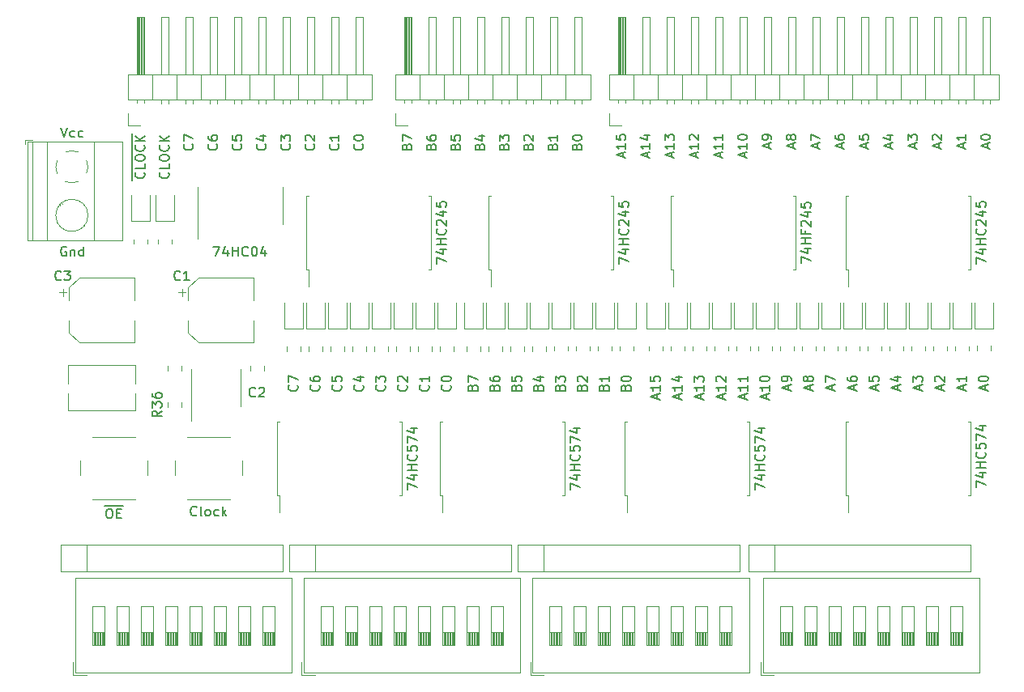
<source format=gbr>
%TF.GenerationSoftware,KiCad,Pcbnew,(6.0.0-0)*%
%TF.CreationDate,2022-03-08T07:21:28-05:00*%
%TF.ProjectId,Module-Tester,4d6f6475-6c65-42d5-9465-737465722e6b,rev?*%
%TF.SameCoordinates,Original*%
%TF.FileFunction,Legend,Top*%
%TF.FilePolarity,Positive*%
%FSLAX46Y46*%
G04 Gerber Fmt 4.6, Leading zero omitted, Abs format (unit mm)*
G04 Created by KiCad (PCBNEW (6.0.0-0)) date 2022-03-08 07:21:28*
%MOMM*%
%LPD*%
G01*
G04 APERTURE LIST*
%ADD10C,0.150000*%
%ADD11C,0.120000*%
G04 APERTURE END LIST*
D10*
X134092142Y-76735357D02*
X134139761Y-76782976D01*
X134187380Y-76925833D01*
X134187380Y-77021071D01*
X134139761Y-77163928D01*
X134044523Y-77259166D01*
X133949285Y-77306785D01*
X133758809Y-77354404D01*
X133615952Y-77354404D01*
X133425476Y-77306785D01*
X133330238Y-77259166D01*
X133235000Y-77163928D01*
X133187380Y-77021071D01*
X133187380Y-76925833D01*
X133235000Y-76782976D01*
X133282619Y-76735357D01*
X133187380Y-76116309D02*
X133187380Y-76021071D01*
X133235000Y-75925833D01*
X133282619Y-75878214D01*
X133377857Y-75830595D01*
X133568333Y-75782976D01*
X133806428Y-75782976D01*
X133996904Y-75830595D01*
X134092142Y-75878214D01*
X134139761Y-75925833D01*
X134187380Y-76021071D01*
X134187380Y-76116309D01*
X134139761Y-76211547D01*
X134092142Y-76259166D01*
X133996904Y-76306785D01*
X133806428Y-76354404D01*
X133568333Y-76354404D01*
X133377857Y-76306785D01*
X133282619Y-76259166D01*
X133235000Y-76211547D01*
X133187380Y-76116309D01*
X171493666Y-78106928D02*
X171493666Y-77630738D01*
X171779380Y-78202166D02*
X170779380Y-77868833D01*
X171779380Y-77535500D01*
X171779380Y-76678357D02*
X171779380Y-77249785D01*
X171779380Y-76964071D02*
X170779380Y-76964071D01*
X170922238Y-77059309D01*
X171017476Y-77154547D01*
X171065095Y-77249785D01*
X171779380Y-75725976D02*
X171779380Y-76297404D01*
X171779380Y-76011690D02*
X170779380Y-76011690D01*
X170922238Y-76106928D01*
X171017476Y-76202166D01*
X171065095Y-76297404D01*
X127249142Y-101938357D02*
X127296761Y-101985976D01*
X127344380Y-102128833D01*
X127344380Y-102224071D01*
X127296761Y-102366928D01*
X127201523Y-102462166D01*
X127106285Y-102509785D01*
X126915809Y-102557404D01*
X126772952Y-102557404D01*
X126582476Y-102509785D01*
X126487238Y-102462166D01*
X126392000Y-102366928D01*
X126344380Y-102224071D01*
X126344380Y-102128833D01*
X126392000Y-101985976D01*
X126439619Y-101938357D01*
X126344380Y-101605023D02*
X126344380Y-100938357D01*
X127344380Y-101366928D01*
X147902571Y-102176452D02*
X147950190Y-102033595D01*
X147997809Y-101985976D01*
X148093047Y-101938357D01*
X148235904Y-101938357D01*
X148331142Y-101985976D01*
X148378761Y-102033595D01*
X148426380Y-102128833D01*
X148426380Y-102509785D01*
X147426380Y-102509785D01*
X147426380Y-102176452D01*
X147474000Y-102081214D01*
X147521619Y-102033595D01*
X147616857Y-101985976D01*
X147712095Y-101985976D01*
X147807333Y-102033595D01*
X147854952Y-102081214D01*
X147902571Y-102176452D01*
X147902571Y-102509785D01*
X147426380Y-101081214D02*
X147426380Y-101271690D01*
X147474000Y-101366928D01*
X147521619Y-101414547D01*
X147664476Y-101509785D01*
X147854952Y-101557404D01*
X148235904Y-101557404D01*
X148331142Y-101509785D01*
X148378761Y-101462166D01*
X148426380Y-101366928D01*
X148426380Y-101176452D01*
X148378761Y-101081214D01*
X148331142Y-101033595D01*
X148235904Y-100985976D01*
X147997809Y-100985976D01*
X147902571Y-101033595D01*
X147854952Y-101081214D01*
X147807333Y-101176452D01*
X147807333Y-101366928D01*
X147854952Y-101462166D01*
X147902571Y-101509785D01*
X147997809Y-101557404D01*
X186733666Y-77154547D02*
X186733666Y-76678357D01*
X187019380Y-77249785D02*
X186019380Y-76916452D01*
X187019380Y-76583119D01*
X186019380Y-75773595D02*
X186019380Y-76249785D01*
X186495571Y-76297404D01*
X186447952Y-76249785D01*
X186400333Y-76154547D01*
X186400333Y-75916452D01*
X186447952Y-75821214D01*
X186495571Y-75773595D01*
X186590809Y-75725976D01*
X186828904Y-75725976D01*
X186924142Y-75773595D01*
X186971761Y-75821214D01*
X187019380Y-75916452D01*
X187019380Y-76154547D01*
X186971761Y-76249785D01*
X186924142Y-76297404D01*
X163873666Y-78106928D02*
X163873666Y-77630738D01*
X164159380Y-78202166D02*
X163159380Y-77868833D01*
X164159380Y-77535500D01*
X164159380Y-76678357D02*
X164159380Y-77249785D01*
X164159380Y-76964071D02*
X163159380Y-76964071D01*
X163302238Y-77059309D01*
X163397476Y-77154547D01*
X163445095Y-77249785D01*
X163492714Y-75821214D02*
X164159380Y-75821214D01*
X163111761Y-76059309D02*
X163826047Y-76297404D01*
X163826047Y-75678357D01*
X181653666Y-77154547D02*
X181653666Y-76678357D01*
X181939380Y-77249785D02*
X180939380Y-76916452D01*
X181939380Y-76583119D01*
X180939380Y-76345023D02*
X180939380Y-75678357D01*
X181939380Y-76106928D01*
X123932142Y-76735357D02*
X123979761Y-76782976D01*
X124027380Y-76925833D01*
X124027380Y-77021071D01*
X123979761Y-77163928D01*
X123884523Y-77259166D01*
X123789285Y-77306785D01*
X123598809Y-77354404D01*
X123455952Y-77354404D01*
X123265476Y-77306785D01*
X123170238Y-77259166D01*
X123075000Y-77163928D01*
X123027380Y-77021071D01*
X123027380Y-76925833D01*
X123075000Y-76782976D01*
X123122619Y-76735357D01*
X123360714Y-75878214D02*
X124027380Y-75878214D01*
X122979761Y-76116309D02*
X123694047Y-76354404D01*
X123694047Y-75735357D01*
X153983571Y-76973452D02*
X154031190Y-76830595D01*
X154078809Y-76782976D01*
X154174047Y-76735357D01*
X154316904Y-76735357D01*
X154412142Y-76782976D01*
X154459761Y-76830595D01*
X154507380Y-76925833D01*
X154507380Y-77306785D01*
X153507380Y-77306785D01*
X153507380Y-76973452D01*
X153555000Y-76878214D01*
X153602619Y-76830595D01*
X153697857Y-76782976D01*
X153793095Y-76782976D01*
X153888333Y-76830595D01*
X153935952Y-76878214D01*
X153983571Y-76973452D01*
X153983571Y-77306785D01*
X154507380Y-75782976D02*
X154507380Y-76354404D01*
X154507380Y-76068690D02*
X153507380Y-76068690D01*
X153650238Y-76163928D01*
X153745476Y-76259166D01*
X153793095Y-76354404D01*
X136393142Y-101938357D02*
X136440761Y-101985976D01*
X136488380Y-102128833D01*
X136488380Y-102224071D01*
X136440761Y-102366928D01*
X136345523Y-102462166D01*
X136250285Y-102509785D01*
X136059809Y-102557404D01*
X135916952Y-102557404D01*
X135726476Y-102509785D01*
X135631238Y-102462166D01*
X135536000Y-102366928D01*
X135488380Y-102224071D01*
X135488380Y-102128833D01*
X135536000Y-101985976D01*
X135583619Y-101938357D01*
X135488380Y-101605023D02*
X135488380Y-100985976D01*
X135869333Y-101319309D01*
X135869333Y-101176452D01*
X135916952Y-101081214D01*
X135964571Y-101033595D01*
X136059809Y-100985976D01*
X136297904Y-100985976D01*
X136393142Y-101033595D01*
X136440761Y-101081214D01*
X136488380Y-101176452D01*
X136488380Y-101462166D01*
X136440761Y-101557404D01*
X136393142Y-101605023D01*
X156523571Y-76973452D02*
X156571190Y-76830595D01*
X156618809Y-76782976D01*
X156714047Y-76735357D01*
X156856904Y-76735357D01*
X156952142Y-76782976D01*
X156999761Y-76830595D01*
X157047380Y-76925833D01*
X157047380Y-77306785D01*
X156047380Y-77306785D01*
X156047380Y-76973452D01*
X156095000Y-76878214D01*
X156142619Y-76830595D01*
X156237857Y-76782976D01*
X156333095Y-76782976D01*
X156428333Y-76830595D01*
X156475952Y-76878214D01*
X156523571Y-76973452D01*
X156523571Y-77306785D01*
X156047380Y-76116309D02*
X156047380Y-76021071D01*
X156095000Y-75925833D01*
X156142619Y-75878214D01*
X156237857Y-75830595D01*
X156428333Y-75782976D01*
X156666428Y-75782976D01*
X156856904Y-75830595D01*
X156952142Y-75878214D01*
X156999761Y-75925833D01*
X157047380Y-76021071D01*
X157047380Y-76116309D01*
X156999761Y-76211547D01*
X156952142Y-76259166D01*
X156856904Y-76306785D01*
X156666428Y-76354404D01*
X156428333Y-76354404D01*
X156237857Y-76306785D01*
X156142619Y-76259166D01*
X156095000Y-76211547D01*
X156047380Y-76116309D01*
X176573666Y-77154547D02*
X176573666Y-76678357D01*
X176859380Y-77249785D02*
X175859380Y-76916452D01*
X176859380Y-76583119D01*
X176859380Y-76202166D02*
X176859380Y-76011690D01*
X176811761Y-75916452D01*
X176764142Y-75868833D01*
X176621285Y-75773595D01*
X176430809Y-75725976D01*
X176049857Y-75725976D01*
X175954619Y-75773595D01*
X175907000Y-75821214D01*
X175859380Y-75916452D01*
X175859380Y-76106928D01*
X175907000Y-76202166D01*
X175954619Y-76249785D01*
X176049857Y-76297404D01*
X176287952Y-76297404D01*
X176383190Y-76249785D01*
X176430809Y-76202166D01*
X176478428Y-76106928D01*
X176478428Y-75916452D01*
X176430809Y-75821214D01*
X176383190Y-75773595D01*
X176287952Y-75725976D01*
X159332571Y-102176452D02*
X159380190Y-102033595D01*
X159427809Y-101985976D01*
X159523047Y-101938357D01*
X159665904Y-101938357D01*
X159761142Y-101985976D01*
X159808761Y-102033595D01*
X159856380Y-102128833D01*
X159856380Y-102509785D01*
X158856380Y-102509785D01*
X158856380Y-102176452D01*
X158904000Y-102081214D01*
X158951619Y-102033595D01*
X159046857Y-101985976D01*
X159142095Y-101985976D01*
X159237333Y-102033595D01*
X159284952Y-102081214D01*
X159332571Y-102176452D01*
X159332571Y-102509785D01*
X159856380Y-100985976D02*
X159856380Y-101557404D01*
X159856380Y-101271690D02*
X158856380Y-101271690D01*
X158999238Y-101366928D01*
X159094476Y-101462166D01*
X159142095Y-101557404D01*
X151443571Y-76973452D02*
X151491190Y-76830595D01*
X151538809Y-76782976D01*
X151634047Y-76735357D01*
X151776904Y-76735357D01*
X151872142Y-76782976D01*
X151919761Y-76830595D01*
X151967380Y-76925833D01*
X151967380Y-77306785D01*
X150967380Y-77306785D01*
X150967380Y-76973452D01*
X151015000Y-76878214D01*
X151062619Y-76830595D01*
X151157857Y-76782976D01*
X151253095Y-76782976D01*
X151348333Y-76830595D01*
X151395952Y-76878214D01*
X151443571Y-76973452D01*
X151443571Y-77306785D01*
X151062619Y-76354404D02*
X151015000Y-76306785D01*
X150967380Y-76211547D01*
X150967380Y-75973452D01*
X151015000Y-75878214D01*
X151062619Y-75830595D01*
X151157857Y-75782976D01*
X151253095Y-75782976D01*
X151395952Y-75830595D01*
X151967380Y-76402023D01*
X151967380Y-75782976D01*
X185478666Y-102414547D02*
X185478666Y-101938357D01*
X185764380Y-102509785D02*
X184764380Y-102176452D01*
X185764380Y-101843119D01*
X184764380Y-101081214D02*
X184764380Y-101271690D01*
X184812000Y-101366928D01*
X184859619Y-101414547D01*
X185002476Y-101509785D01*
X185192952Y-101557404D01*
X185573904Y-101557404D01*
X185669142Y-101509785D01*
X185716761Y-101462166D01*
X185764380Y-101366928D01*
X185764380Y-101176452D01*
X185716761Y-101081214D01*
X185669142Y-101033595D01*
X185573904Y-100985976D01*
X185335809Y-100985976D01*
X185240571Y-101033595D01*
X185192952Y-101081214D01*
X185145333Y-101176452D01*
X185145333Y-101366928D01*
X185192952Y-101462166D01*
X185240571Y-101509785D01*
X185335809Y-101557404D01*
X168953666Y-78106928D02*
X168953666Y-77630738D01*
X169239380Y-78202166D02*
X168239380Y-77868833D01*
X169239380Y-77535500D01*
X169239380Y-76678357D02*
X169239380Y-77249785D01*
X169239380Y-76964071D02*
X168239380Y-76964071D01*
X168382238Y-77059309D01*
X168477476Y-77154547D01*
X168525095Y-77249785D01*
X168334619Y-76297404D02*
X168287000Y-76249785D01*
X168239380Y-76154547D01*
X168239380Y-75916452D01*
X168287000Y-75821214D01*
X168334619Y-75773595D01*
X168429857Y-75725976D01*
X168525095Y-75725976D01*
X168667952Y-75773595D01*
X169239380Y-76345023D01*
X169239380Y-75725976D01*
X152474571Y-102176452D02*
X152522190Y-102033595D01*
X152569809Y-101985976D01*
X152665047Y-101938357D01*
X152807904Y-101938357D01*
X152903142Y-101985976D01*
X152950761Y-102033595D01*
X152998380Y-102128833D01*
X152998380Y-102509785D01*
X151998380Y-102509785D01*
X151998380Y-102176452D01*
X152046000Y-102081214D01*
X152093619Y-102033595D01*
X152188857Y-101985976D01*
X152284095Y-101985976D01*
X152379333Y-102033595D01*
X152426952Y-102081214D01*
X152474571Y-102176452D01*
X152474571Y-102509785D01*
X152331714Y-101081214D02*
X152998380Y-101081214D01*
X151950761Y-101319309D02*
X152665047Y-101557404D01*
X152665047Y-100938357D01*
X150188571Y-102176452D02*
X150236190Y-102033595D01*
X150283809Y-101985976D01*
X150379047Y-101938357D01*
X150521904Y-101938357D01*
X150617142Y-101985976D01*
X150664761Y-102033595D01*
X150712380Y-102128833D01*
X150712380Y-102509785D01*
X149712380Y-102509785D01*
X149712380Y-102176452D01*
X149760000Y-102081214D01*
X149807619Y-102033595D01*
X149902857Y-101985976D01*
X149998095Y-101985976D01*
X150093333Y-102033595D01*
X150140952Y-102081214D01*
X150188571Y-102176452D01*
X150188571Y-102509785D01*
X149712380Y-101033595D02*
X149712380Y-101509785D01*
X150188571Y-101557404D01*
X150140952Y-101509785D01*
X150093333Y-101414547D01*
X150093333Y-101176452D01*
X150140952Y-101081214D01*
X150188571Y-101033595D01*
X150283809Y-100985976D01*
X150521904Y-100985976D01*
X150617142Y-101033595D01*
X150664761Y-101081214D01*
X150712380Y-101176452D01*
X150712380Y-101414547D01*
X150664761Y-101509785D01*
X150617142Y-101557404D01*
X166413666Y-78106928D02*
X166413666Y-77630738D01*
X166699380Y-78202166D02*
X165699380Y-77868833D01*
X166699380Y-77535500D01*
X166699380Y-76678357D02*
X166699380Y-77249785D01*
X166699380Y-76964071D02*
X165699380Y-76964071D01*
X165842238Y-77059309D01*
X165937476Y-77154547D01*
X165985095Y-77249785D01*
X165699380Y-76345023D02*
X165699380Y-75725976D01*
X166080333Y-76059309D01*
X166080333Y-75916452D01*
X166127952Y-75821214D01*
X166175571Y-75773595D01*
X166270809Y-75725976D01*
X166508904Y-75725976D01*
X166604142Y-75773595D01*
X166651761Y-75821214D01*
X166699380Y-75916452D01*
X166699380Y-76202166D01*
X166651761Y-76297404D01*
X166604142Y-76345023D01*
X141283571Y-76973452D02*
X141331190Y-76830595D01*
X141378809Y-76782976D01*
X141474047Y-76735357D01*
X141616904Y-76735357D01*
X141712142Y-76782976D01*
X141759761Y-76830595D01*
X141807380Y-76925833D01*
X141807380Y-77306785D01*
X140807380Y-77306785D01*
X140807380Y-76973452D01*
X140855000Y-76878214D01*
X140902619Y-76830595D01*
X140997857Y-76782976D01*
X141093095Y-76782976D01*
X141188333Y-76830595D01*
X141235952Y-76878214D01*
X141283571Y-76973452D01*
X141283571Y-77306785D01*
X140807380Y-75878214D02*
X140807380Y-76068690D01*
X140855000Y-76163928D01*
X140902619Y-76211547D01*
X141045476Y-76306785D01*
X141235952Y-76354404D01*
X141616904Y-76354404D01*
X141712142Y-76306785D01*
X141759761Y-76259166D01*
X141807380Y-76163928D01*
X141807380Y-75973452D01*
X141759761Y-75878214D01*
X141712142Y-75830595D01*
X141616904Y-75782976D01*
X141378809Y-75782976D01*
X141283571Y-75830595D01*
X141235952Y-75878214D01*
X141188333Y-75973452D01*
X141188333Y-76163928D01*
X141235952Y-76259166D01*
X141283571Y-76306785D01*
X141378809Y-76354404D01*
X154760571Y-102176452D02*
X154808190Y-102033595D01*
X154855809Y-101985976D01*
X154951047Y-101938357D01*
X155093904Y-101938357D01*
X155189142Y-101985976D01*
X155236761Y-102033595D01*
X155284380Y-102128833D01*
X155284380Y-102509785D01*
X154284380Y-102509785D01*
X154284380Y-102176452D01*
X154332000Y-102081214D01*
X154379619Y-102033595D01*
X154474857Y-101985976D01*
X154570095Y-101985976D01*
X154665333Y-102033595D01*
X154712952Y-102081214D01*
X154760571Y-102176452D01*
X154760571Y-102509785D01*
X154284380Y-101605023D02*
X154284380Y-100985976D01*
X154665333Y-101319309D01*
X154665333Y-101176452D01*
X154712952Y-101081214D01*
X154760571Y-101033595D01*
X154855809Y-100985976D01*
X155093904Y-100985976D01*
X155189142Y-101033595D01*
X155236761Y-101081214D01*
X155284380Y-101176452D01*
X155284380Y-101462166D01*
X155236761Y-101557404D01*
X155189142Y-101605023D01*
X118852142Y-76735357D02*
X118899761Y-76782976D01*
X118947380Y-76925833D01*
X118947380Y-77021071D01*
X118899761Y-77163928D01*
X118804523Y-77259166D01*
X118709285Y-77306785D01*
X118518809Y-77354404D01*
X118375952Y-77354404D01*
X118185476Y-77306785D01*
X118090238Y-77259166D01*
X117995000Y-77163928D01*
X117947380Y-77021071D01*
X117947380Y-76925833D01*
X117995000Y-76782976D01*
X118042619Y-76735357D01*
X117947380Y-75878214D02*
X117947380Y-76068690D01*
X117995000Y-76163928D01*
X118042619Y-76211547D01*
X118185476Y-76306785D01*
X118375952Y-76354404D01*
X118756904Y-76354404D01*
X118852142Y-76306785D01*
X118899761Y-76259166D01*
X118947380Y-76163928D01*
X118947380Y-75973452D01*
X118899761Y-75878214D01*
X118852142Y-75830595D01*
X118756904Y-75782976D01*
X118518809Y-75782976D01*
X118423571Y-75830595D01*
X118375952Y-75878214D01*
X118328333Y-75973452D01*
X118328333Y-76163928D01*
X118375952Y-76259166D01*
X118423571Y-76306785D01*
X118518809Y-76354404D01*
X194353666Y-77154547D02*
X194353666Y-76678357D01*
X194639380Y-77249785D02*
X193639380Y-76916452D01*
X194639380Y-76583119D01*
X193734619Y-76297404D02*
X193687000Y-76249785D01*
X193639380Y-76154547D01*
X193639380Y-75916452D01*
X193687000Y-75821214D01*
X193734619Y-75773595D01*
X193829857Y-75725976D01*
X193925095Y-75725976D01*
X194067952Y-75773595D01*
X194639380Y-76345023D01*
X194639380Y-75725976D01*
X187764666Y-102414547D02*
X187764666Y-101938357D01*
X188050380Y-102509785D02*
X187050380Y-102176452D01*
X188050380Y-101843119D01*
X187050380Y-101033595D02*
X187050380Y-101509785D01*
X187526571Y-101557404D01*
X187478952Y-101509785D01*
X187431333Y-101414547D01*
X187431333Y-101176452D01*
X187478952Y-101081214D01*
X187526571Y-101033595D01*
X187621809Y-100985976D01*
X187859904Y-100985976D01*
X187955142Y-101033595D01*
X188002761Y-101081214D01*
X188050380Y-101176452D01*
X188050380Y-101414547D01*
X188002761Y-101509785D01*
X187955142Y-101557404D01*
X196908666Y-102414547D02*
X196908666Y-101938357D01*
X197194380Y-102509785D02*
X196194380Y-102176452D01*
X197194380Y-101843119D01*
X197194380Y-100985976D02*
X197194380Y-101557404D01*
X197194380Y-101271690D02*
X196194380Y-101271690D01*
X196337238Y-101366928D01*
X196432476Y-101462166D01*
X196480095Y-101557404D01*
X174033666Y-78106928D02*
X174033666Y-77630738D01*
X174319380Y-78202166D02*
X173319380Y-77868833D01*
X174319380Y-77535500D01*
X174319380Y-76678357D02*
X174319380Y-77249785D01*
X174319380Y-76964071D02*
X173319380Y-76964071D01*
X173462238Y-77059309D01*
X173557476Y-77154547D01*
X173605095Y-77249785D01*
X173319380Y-76059309D02*
X173319380Y-75964071D01*
X173367000Y-75868833D01*
X173414619Y-75821214D01*
X173509857Y-75773595D01*
X173700333Y-75725976D01*
X173938428Y-75725976D01*
X174128904Y-75773595D01*
X174224142Y-75821214D01*
X174271761Y-75868833D01*
X174319380Y-75964071D01*
X174319380Y-76059309D01*
X174271761Y-76154547D01*
X174224142Y-76202166D01*
X174128904Y-76249785D01*
X173938428Y-76297404D01*
X173700333Y-76297404D01*
X173509857Y-76249785D01*
X173414619Y-76202166D01*
X173367000Y-76154547D01*
X173319380Y-76059309D01*
X199194666Y-102414547D02*
X199194666Y-101938357D01*
X199480380Y-102509785D02*
X198480380Y-102176452D01*
X199480380Y-101843119D01*
X198480380Y-101319309D02*
X198480380Y-101224071D01*
X198528000Y-101128833D01*
X198575619Y-101081214D01*
X198670857Y-101033595D01*
X198861333Y-100985976D01*
X199099428Y-100985976D01*
X199289904Y-101033595D01*
X199385142Y-101081214D01*
X199432761Y-101128833D01*
X199480380Y-101224071D01*
X199480380Y-101319309D01*
X199432761Y-101414547D01*
X199385142Y-101462166D01*
X199289904Y-101509785D01*
X199099428Y-101557404D01*
X198861333Y-101557404D01*
X198670857Y-101509785D01*
X198575619Y-101462166D01*
X198528000Y-101414547D01*
X198480380Y-101319309D01*
X180906666Y-102414547D02*
X180906666Y-101938357D01*
X181192380Y-102509785D02*
X180192380Y-102176452D01*
X181192380Y-101843119D01*
X180620952Y-101366928D02*
X180573333Y-101462166D01*
X180525714Y-101509785D01*
X180430476Y-101557404D01*
X180382857Y-101557404D01*
X180287619Y-101509785D01*
X180240000Y-101462166D01*
X180192380Y-101366928D01*
X180192380Y-101176452D01*
X180240000Y-101081214D01*
X180287619Y-101033595D01*
X180382857Y-100985976D01*
X180430476Y-100985976D01*
X180525714Y-101033595D01*
X180573333Y-101081214D01*
X180620952Y-101176452D01*
X180620952Y-101366928D01*
X180668571Y-101462166D01*
X180716190Y-101509785D01*
X180811428Y-101557404D01*
X181001904Y-101557404D01*
X181097142Y-101509785D01*
X181144761Y-101462166D01*
X181192380Y-101366928D01*
X181192380Y-101176452D01*
X181144761Y-101081214D01*
X181097142Y-101033595D01*
X181001904Y-100985976D01*
X180811428Y-100985976D01*
X180716190Y-101033595D01*
X180668571Y-101081214D01*
X180620952Y-101176452D01*
X143823571Y-76973452D02*
X143871190Y-76830595D01*
X143918809Y-76782976D01*
X144014047Y-76735357D01*
X144156904Y-76735357D01*
X144252142Y-76782976D01*
X144299761Y-76830595D01*
X144347380Y-76925833D01*
X144347380Y-77306785D01*
X143347380Y-77306785D01*
X143347380Y-76973452D01*
X143395000Y-76878214D01*
X143442619Y-76830595D01*
X143537857Y-76782976D01*
X143633095Y-76782976D01*
X143728333Y-76830595D01*
X143775952Y-76878214D01*
X143823571Y-76973452D01*
X143823571Y-77306785D01*
X143347380Y-75830595D02*
X143347380Y-76306785D01*
X143823571Y-76354404D01*
X143775952Y-76306785D01*
X143728333Y-76211547D01*
X143728333Y-75973452D01*
X143775952Y-75878214D01*
X143823571Y-75830595D01*
X143918809Y-75782976D01*
X144156904Y-75782976D01*
X144252142Y-75830595D01*
X144299761Y-75878214D01*
X144347380Y-75973452D01*
X144347380Y-76211547D01*
X144299761Y-76306785D01*
X144252142Y-76354404D01*
X148903571Y-76973452D02*
X148951190Y-76830595D01*
X148998809Y-76782976D01*
X149094047Y-76735357D01*
X149236904Y-76735357D01*
X149332142Y-76782976D01*
X149379761Y-76830595D01*
X149427380Y-76925833D01*
X149427380Y-77306785D01*
X148427380Y-77306785D01*
X148427380Y-76973452D01*
X148475000Y-76878214D01*
X148522619Y-76830595D01*
X148617857Y-76782976D01*
X148713095Y-76782976D01*
X148808333Y-76830595D01*
X148855952Y-76878214D01*
X148903571Y-76973452D01*
X148903571Y-77306785D01*
X148427380Y-76402023D02*
X148427380Y-75782976D01*
X148808333Y-76116309D01*
X148808333Y-75973452D01*
X148855952Y-75878214D01*
X148903571Y-75830595D01*
X148998809Y-75782976D01*
X149236904Y-75782976D01*
X149332142Y-75830595D01*
X149379761Y-75878214D01*
X149427380Y-75973452D01*
X149427380Y-76259166D01*
X149379761Y-76354404D01*
X149332142Y-76402023D01*
X161333666Y-78106928D02*
X161333666Y-77630738D01*
X161619380Y-78202166D02*
X160619380Y-77868833D01*
X161619380Y-77535500D01*
X161619380Y-76678357D02*
X161619380Y-77249785D01*
X161619380Y-76964071D02*
X160619380Y-76964071D01*
X160762238Y-77059309D01*
X160857476Y-77154547D01*
X160905095Y-77249785D01*
X160619380Y-75773595D02*
X160619380Y-76249785D01*
X161095571Y-76297404D01*
X161047952Y-76249785D01*
X161000333Y-76154547D01*
X161000333Y-75916452D01*
X161047952Y-75821214D01*
X161095571Y-75773595D01*
X161190809Y-75725976D01*
X161428904Y-75725976D01*
X161524142Y-75773595D01*
X161571761Y-75821214D01*
X161619380Y-75916452D01*
X161619380Y-76154547D01*
X161571761Y-76249785D01*
X161524142Y-76297404D01*
X103135142Y-87498000D02*
X103039904Y-87450380D01*
X102897047Y-87450380D01*
X102754190Y-87498000D01*
X102658952Y-87593238D01*
X102611333Y-87688476D01*
X102563714Y-87878952D01*
X102563714Y-88021809D01*
X102611333Y-88212285D01*
X102658952Y-88307523D01*
X102754190Y-88402761D01*
X102897047Y-88450380D01*
X102992285Y-88450380D01*
X103135142Y-88402761D01*
X103182761Y-88355142D01*
X103182761Y-88021809D01*
X102992285Y-88021809D01*
X103611333Y-87783714D02*
X103611333Y-88450380D01*
X103611333Y-87878952D02*
X103658952Y-87831333D01*
X103754190Y-87783714D01*
X103897047Y-87783714D01*
X103992285Y-87831333D01*
X104039904Y-87926571D01*
X104039904Y-88450380D01*
X104944666Y-88450380D02*
X104944666Y-87450380D01*
X104944666Y-88402761D02*
X104849428Y-88450380D01*
X104658952Y-88450380D01*
X104563714Y-88402761D01*
X104516095Y-88355142D01*
X104468476Y-88259904D01*
X104468476Y-87974190D01*
X104516095Y-87878952D01*
X104563714Y-87831333D01*
X104658952Y-87783714D01*
X104849428Y-87783714D01*
X104944666Y-87831333D01*
X179113666Y-77154547D02*
X179113666Y-76678357D01*
X179399380Y-77249785D02*
X178399380Y-76916452D01*
X179399380Y-76583119D01*
X178827952Y-76106928D02*
X178780333Y-76202166D01*
X178732714Y-76249785D01*
X178637476Y-76297404D01*
X178589857Y-76297404D01*
X178494619Y-76249785D01*
X178447000Y-76202166D01*
X178399380Y-76106928D01*
X178399380Y-75916452D01*
X178447000Y-75821214D01*
X178494619Y-75773595D01*
X178589857Y-75725976D01*
X178637476Y-75725976D01*
X178732714Y-75773595D01*
X178780333Y-75821214D01*
X178827952Y-75916452D01*
X178827952Y-76106928D01*
X178875571Y-76202166D01*
X178923190Y-76249785D01*
X179018428Y-76297404D01*
X179208904Y-76297404D01*
X179304142Y-76249785D01*
X179351761Y-76202166D01*
X179399380Y-76106928D01*
X179399380Y-75916452D01*
X179351761Y-75821214D01*
X179304142Y-75773595D01*
X179208904Y-75725976D01*
X179018428Y-75725976D01*
X178923190Y-75773595D01*
X178875571Y-75821214D01*
X178827952Y-75916452D01*
X102587523Y-75004380D02*
X102920857Y-76004380D01*
X103254190Y-75004380D01*
X104016095Y-75956761D02*
X103920857Y-76004380D01*
X103730380Y-76004380D01*
X103635142Y-75956761D01*
X103587523Y-75909142D01*
X103539904Y-75813904D01*
X103539904Y-75528190D01*
X103587523Y-75432952D01*
X103635142Y-75385333D01*
X103730380Y-75337714D01*
X103920857Y-75337714D01*
X104016095Y-75385333D01*
X104873238Y-75956761D02*
X104778000Y-76004380D01*
X104587523Y-76004380D01*
X104492285Y-75956761D01*
X104444666Y-75909142D01*
X104397047Y-75813904D01*
X104397047Y-75528190D01*
X104444666Y-75432952D01*
X104492285Y-75385333D01*
X104587523Y-75337714D01*
X104778000Y-75337714D01*
X104873238Y-75385333D01*
X167190666Y-103366928D02*
X167190666Y-102890738D01*
X167476380Y-103462166D02*
X166476380Y-103128833D01*
X167476380Y-102795500D01*
X167476380Y-101938357D02*
X167476380Y-102509785D01*
X167476380Y-102224071D02*
X166476380Y-102224071D01*
X166619238Y-102319309D01*
X166714476Y-102414547D01*
X166762095Y-102509785D01*
X166809714Y-101081214D02*
X167476380Y-101081214D01*
X166428761Y-101319309D02*
X167143047Y-101557404D01*
X167143047Y-100938357D01*
X129535142Y-101938357D02*
X129582761Y-101985976D01*
X129630380Y-102128833D01*
X129630380Y-102224071D01*
X129582761Y-102366928D01*
X129487523Y-102462166D01*
X129392285Y-102509785D01*
X129201809Y-102557404D01*
X129058952Y-102557404D01*
X128868476Y-102509785D01*
X128773238Y-102462166D01*
X128678000Y-102366928D01*
X128630380Y-102224071D01*
X128630380Y-102128833D01*
X128678000Y-101985976D01*
X128725619Y-101938357D01*
X128630380Y-101081214D02*
X128630380Y-101271690D01*
X128678000Y-101366928D01*
X128725619Y-101414547D01*
X128868476Y-101509785D01*
X129058952Y-101557404D01*
X129439904Y-101557404D01*
X129535142Y-101509785D01*
X129582761Y-101462166D01*
X129630380Y-101366928D01*
X129630380Y-101176452D01*
X129582761Y-101081214D01*
X129535142Y-101033595D01*
X129439904Y-100985976D01*
X129201809Y-100985976D01*
X129106571Y-101033595D01*
X129058952Y-101081214D01*
X129011333Y-101176452D01*
X129011333Y-101366928D01*
X129058952Y-101462166D01*
X129106571Y-101509785D01*
X129201809Y-101557404D01*
X110060000Y-80506642D02*
X110060000Y-79506642D01*
X111247142Y-79697119D02*
X111294761Y-79744738D01*
X111342380Y-79887595D01*
X111342380Y-79982833D01*
X111294761Y-80125690D01*
X111199523Y-80220928D01*
X111104285Y-80268547D01*
X110913809Y-80316166D01*
X110770952Y-80316166D01*
X110580476Y-80268547D01*
X110485238Y-80220928D01*
X110390000Y-80125690D01*
X110342380Y-79982833D01*
X110342380Y-79887595D01*
X110390000Y-79744738D01*
X110437619Y-79697119D01*
X110060000Y-79506642D02*
X110060000Y-78697119D01*
X111342380Y-78792357D02*
X111342380Y-79268547D01*
X110342380Y-79268547D01*
X110060000Y-78697119D02*
X110060000Y-77649500D01*
X110342380Y-78268547D02*
X110342380Y-78078071D01*
X110390000Y-77982833D01*
X110485238Y-77887595D01*
X110675714Y-77839976D01*
X111009047Y-77839976D01*
X111199523Y-77887595D01*
X111294761Y-77982833D01*
X111342380Y-78078071D01*
X111342380Y-78268547D01*
X111294761Y-78363785D01*
X111199523Y-78459023D01*
X111009047Y-78506642D01*
X110675714Y-78506642D01*
X110485238Y-78459023D01*
X110390000Y-78363785D01*
X110342380Y-78268547D01*
X110060000Y-77649500D02*
X110060000Y-76649500D01*
X111247142Y-76839976D02*
X111294761Y-76887595D01*
X111342380Y-77030452D01*
X111342380Y-77125690D01*
X111294761Y-77268547D01*
X111199523Y-77363785D01*
X111104285Y-77411404D01*
X110913809Y-77459023D01*
X110770952Y-77459023D01*
X110580476Y-77411404D01*
X110485238Y-77363785D01*
X110390000Y-77268547D01*
X110342380Y-77125690D01*
X110342380Y-77030452D01*
X110390000Y-76887595D01*
X110437619Y-76839976D01*
X110060000Y-76649500D02*
X110060000Y-75649500D01*
X111342380Y-76411404D02*
X110342380Y-76411404D01*
X111342380Y-75839976D02*
X110770952Y-76268547D01*
X110342380Y-75839976D02*
X110913809Y-76411404D01*
X194622666Y-102414547D02*
X194622666Y-101938357D01*
X194908380Y-102509785D02*
X193908380Y-102176452D01*
X194908380Y-101843119D01*
X194003619Y-101557404D02*
X193956000Y-101509785D01*
X193908380Y-101414547D01*
X193908380Y-101176452D01*
X193956000Y-101081214D01*
X194003619Y-101033595D01*
X194098857Y-100985976D01*
X194194095Y-100985976D01*
X194336952Y-101033595D01*
X194908380Y-101605023D01*
X194908380Y-100985976D01*
X129012142Y-76735357D02*
X129059761Y-76782976D01*
X129107380Y-76925833D01*
X129107380Y-77021071D01*
X129059761Y-77163928D01*
X128964523Y-77259166D01*
X128869285Y-77306785D01*
X128678809Y-77354404D01*
X128535952Y-77354404D01*
X128345476Y-77306785D01*
X128250238Y-77259166D01*
X128155000Y-77163928D01*
X128107380Y-77021071D01*
X128107380Y-76925833D01*
X128155000Y-76782976D01*
X128202619Y-76735357D01*
X128202619Y-76354404D02*
X128155000Y-76306785D01*
X128107380Y-76211547D01*
X128107380Y-75973452D01*
X128155000Y-75878214D01*
X128202619Y-75830595D01*
X128297857Y-75782976D01*
X128393095Y-75782976D01*
X128535952Y-75830595D01*
X129107380Y-76402023D01*
X129107380Y-75782976D01*
X143251142Y-101938357D02*
X143298761Y-101985976D01*
X143346380Y-102128833D01*
X143346380Y-102224071D01*
X143298761Y-102366928D01*
X143203523Y-102462166D01*
X143108285Y-102509785D01*
X142917809Y-102557404D01*
X142774952Y-102557404D01*
X142584476Y-102509785D01*
X142489238Y-102462166D01*
X142394000Y-102366928D01*
X142346380Y-102224071D01*
X142346380Y-102128833D01*
X142394000Y-101985976D01*
X142441619Y-101938357D01*
X142346380Y-101319309D02*
X142346380Y-101224071D01*
X142394000Y-101128833D01*
X142441619Y-101081214D01*
X142536857Y-101033595D01*
X142727333Y-100985976D01*
X142965428Y-100985976D01*
X143155904Y-101033595D01*
X143251142Y-101081214D01*
X143298761Y-101128833D01*
X143346380Y-101224071D01*
X143346380Y-101319309D01*
X143298761Y-101414547D01*
X143251142Y-101462166D01*
X143155904Y-101509785D01*
X142965428Y-101557404D01*
X142727333Y-101557404D01*
X142536857Y-101509785D01*
X142441619Y-101462166D01*
X142394000Y-101414547D01*
X142346380Y-101319309D01*
X157046571Y-102176452D02*
X157094190Y-102033595D01*
X157141809Y-101985976D01*
X157237047Y-101938357D01*
X157379904Y-101938357D01*
X157475142Y-101985976D01*
X157522761Y-102033595D01*
X157570380Y-102128833D01*
X157570380Y-102509785D01*
X156570380Y-102509785D01*
X156570380Y-102176452D01*
X156618000Y-102081214D01*
X156665619Y-102033595D01*
X156760857Y-101985976D01*
X156856095Y-101985976D01*
X156951333Y-102033595D01*
X156998952Y-102081214D01*
X157046571Y-102176452D01*
X157046571Y-102509785D01*
X156665619Y-101557404D02*
X156618000Y-101509785D01*
X156570380Y-101414547D01*
X156570380Y-101176452D01*
X156618000Y-101081214D01*
X156665619Y-101033595D01*
X156760857Y-100985976D01*
X156856095Y-100985976D01*
X156998952Y-101033595D01*
X157570380Y-101605023D01*
X157570380Y-100985976D01*
X184193666Y-77154547D02*
X184193666Y-76678357D01*
X184479380Y-77249785D02*
X183479380Y-76916452D01*
X184479380Y-76583119D01*
X183479380Y-75821214D02*
X183479380Y-76011690D01*
X183527000Y-76106928D01*
X183574619Y-76154547D01*
X183717476Y-76249785D01*
X183907952Y-76297404D01*
X184288904Y-76297404D01*
X184384142Y-76249785D01*
X184431761Y-76202166D01*
X184479380Y-76106928D01*
X184479380Y-75916452D01*
X184431761Y-75821214D01*
X184384142Y-75773595D01*
X184288904Y-75725976D01*
X184050809Y-75725976D01*
X183955571Y-75773595D01*
X183907952Y-75821214D01*
X183860333Y-75916452D01*
X183860333Y-76106928D01*
X183907952Y-76202166D01*
X183955571Y-76249785D01*
X184050809Y-76297404D01*
X199433666Y-77154547D02*
X199433666Y-76678357D01*
X199719380Y-77249785D02*
X198719380Y-76916452D01*
X199719380Y-76583119D01*
X198719380Y-76059309D02*
X198719380Y-75964071D01*
X198767000Y-75868833D01*
X198814619Y-75821214D01*
X198909857Y-75773595D01*
X199100333Y-75725976D01*
X199338428Y-75725976D01*
X199528904Y-75773595D01*
X199624142Y-75821214D01*
X199671761Y-75868833D01*
X199719380Y-75964071D01*
X199719380Y-76059309D01*
X199671761Y-76154547D01*
X199624142Y-76202166D01*
X199528904Y-76249785D01*
X199338428Y-76297404D01*
X199100333Y-76297404D01*
X198909857Y-76249785D01*
X198814619Y-76202166D01*
X198767000Y-76154547D01*
X198719380Y-76059309D01*
X113787142Y-79697119D02*
X113834761Y-79744738D01*
X113882380Y-79887595D01*
X113882380Y-79982833D01*
X113834761Y-80125690D01*
X113739523Y-80220928D01*
X113644285Y-80268547D01*
X113453809Y-80316166D01*
X113310952Y-80316166D01*
X113120476Y-80268547D01*
X113025238Y-80220928D01*
X112930000Y-80125690D01*
X112882380Y-79982833D01*
X112882380Y-79887595D01*
X112930000Y-79744738D01*
X112977619Y-79697119D01*
X113882380Y-78792357D02*
X113882380Y-79268547D01*
X112882380Y-79268547D01*
X112882380Y-78268547D02*
X112882380Y-78078071D01*
X112930000Y-77982833D01*
X113025238Y-77887595D01*
X113215714Y-77839976D01*
X113549047Y-77839976D01*
X113739523Y-77887595D01*
X113834761Y-77982833D01*
X113882380Y-78078071D01*
X113882380Y-78268547D01*
X113834761Y-78363785D01*
X113739523Y-78459023D01*
X113549047Y-78506642D01*
X113215714Y-78506642D01*
X113025238Y-78459023D01*
X112930000Y-78363785D01*
X112882380Y-78268547D01*
X113787142Y-76839976D02*
X113834761Y-76887595D01*
X113882380Y-77030452D01*
X113882380Y-77125690D01*
X113834761Y-77268547D01*
X113739523Y-77363785D01*
X113644285Y-77411404D01*
X113453809Y-77459023D01*
X113310952Y-77459023D01*
X113120476Y-77411404D01*
X113025238Y-77363785D01*
X112930000Y-77268547D01*
X112882380Y-77125690D01*
X112882380Y-77030452D01*
X112930000Y-76887595D01*
X112977619Y-76839976D01*
X113882380Y-76411404D02*
X112882380Y-76411404D01*
X113882380Y-75839976D02*
X113310952Y-76268547D01*
X112882380Y-75839976D02*
X113453809Y-76411404D01*
X183192666Y-102414547D02*
X183192666Y-101938357D01*
X183478380Y-102509785D02*
X182478380Y-102176452D01*
X183478380Y-101843119D01*
X182478380Y-101605023D02*
X182478380Y-100938357D01*
X183478380Y-101366928D01*
X138743571Y-76973452D02*
X138791190Y-76830595D01*
X138838809Y-76782976D01*
X138934047Y-76735357D01*
X139076904Y-76735357D01*
X139172142Y-76782976D01*
X139219761Y-76830595D01*
X139267380Y-76925833D01*
X139267380Y-77306785D01*
X138267380Y-77306785D01*
X138267380Y-76973452D01*
X138315000Y-76878214D01*
X138362619Y-76830595D01*
X138457857Y-76782976D01*
X138553095Y-76782976D01*
X138648333Y-76830595D01*
X138695952Y-76878214D01*
X138743571Y-76973452D01*
X138743571Y-77306785D01*
X138267380Y-76402023D02*
X138267380Y-75735357D01*
X139267380Y-76163928D01*
X176334666Y-103366928D02*
X176334666Y-102890738D01*
X176620380Y-103462166D02*
X175620380Y-103128833D01*
X176620380Y-102795500D01*
X176620380Y-101938357D02*
X176620380Y-102509785D01*
X176620380Y-102224071D02*
X175620380Y-102224071D01*
X175763238Y-102319309D01*
X175858476Y-102414547D01*
X175906095Y-102509785D01*
X175620380Y-101319309D02*
X175620380Y-101224071D01*
X175668000Y-101128833D01*
X175715619Y-101081214D01*
X175810857Y-101033595D01*
X176001333Y-100985976D01*
X176239428Y-100985976D01*
X176429904Y-101033595D01*
X176525142Y-101081214D01*
X176572761Y-101128833D01*
X176620380Y-101224071D01*
X176620380Y-101319309D01*
X176572761Y-101414547D01*
X176525142Y-101462166D01*
X176429904Y-101509785D01*
X176239428Y-101557404D01*
X176001333Y-101557404D01*
X175810857Y-101509785D01*
X175715619Y-101462166D01*
X175668000Y-101414547D01*
X175620380Y-101319309D01*
X189273666Y-77154547D02*
X189273666Y-76678357D01*
X189559380Y-77249785D02*
X188559380Y-76916452D01*
X189559380Y-76583119D01*
X188892714Y-75821214D02*
X189559380Y-75821214D01*
X188511761Y-76059309D02*
X189226047Y-76297404D01*
X189226047Y-75678357D01*
X192336666Y-102414547D02*
X192336666Y-101938357D01*
X192622380Y-102509785D02*
X191622380Y-102176452D01*
X192622380Y-101843119D01*
X191622380Y-101605023D02*
X191622380Y-100985976D01*
X192003333Y-101319309D01*
X192003333Y-101176452D01*
X192050952Y-101081214D01*
X192098571Y-101033595D01*
X192193809Y-100985976D01*
X192431904Y-100985976D01*
X192527142Y-101033595D01*
X192574761Y-101081214D01*
X192622380Y-101176452D01*
X192622380Y-101462166D01*
X192574761Y-101557404D01*
X192527142Y-101605023D01*
X190050666Y-102414547D02*
X190050666Y-101938357D01*
X190336380Y-102509785D02*
X189336380Y-102176452D01*
X190336380Y-101843119D01*
X189669714Y-101081214D02*
X190336380Y-101081214D01*
X189288761Y-101319309D02*
X190003047Y-101557404D01*
X190003047Y-100938357D01*
X161618571Y-102176452D02*
X161666190Y-102033595D01*
X161713809Y-101985976D01*
X161809047Y-101938357D01*
X161951904Y-101938357D01*
X162047142Y-101985976D01*
X162094761Y-102033595D01*
X162142380Y-102128833D01*
X162142380Y-102509785D01*
X161142380Y-102509785D01*
X161142380Y-102176452D01*
X161190000Y-102081214D01*
X161237619Y-102033595D01*
X161332857Y-101985976D01*
X161428095Y-101985976D01*
X161523333Y-102033595D01*
X161570952Y-102081214D01*
X161618571Y-102176452D01*
X161618571Y-102509785D01*
X161142380Y-101319309D02*
X161142380Y-101224071D01*
X161190000Y-101128833D01*
X161237619Y-101081214D01*
X161332857Y-101033595D01*
X161523333Y-100985976D01*
X161761428Y-100985976D01*
X161951904Y-101033595D01*
X162047142Y-101081214D01*
X162094761Y-101128833D01*
X162142380Y-101224071D01*
X162142380Y-101319309D01*
X162094761Y-101414547D01*
X162047142Y-101462166D01*
X161951904Y-101509785D01*
X161761428Y-101557404D01*
X161523333Y-101557404D01*
X161332857Y-101509785D01*
X161237619Y-101462166D01*
X161190000Y-101414547D01*
X161142380Y-101319309D01*
X178620666Y-102414547D02*
X178620666Y-101938357D01*
X178906380Y-102509785D02*
X177906380Y-102176452D01*
X178906380Y-101843119D01*
X178906380Y-101462166D02*
X178906380Y-101271690D01*
X178858761Y-101176452D01*
X178811142Y-101128833D01*
X178668285Y-101033595D01*
X178477809Y-100985976D01*
X178096857Y-100985976D01*
X178001619Y-101033595D01*
X177954000Y-101081214D01*
X177906380Y-101176452D01*
X177906380Y-101366928D01*
X177954000Y-101462166D01*
X178001619Y-101509785D01*
X178096857Y-101557404D01*
X178334952Y-101557404D01*
X178430190Y-101509785D01*
X178477809Y-101462166D01*
X178525428Y-101366928D01*
X178525428Y-101176452D01*
X178477809Y-101081214D01*
X178430190Y-101033595D01*
X178334952Y-100985976D01*
X131552142Y-76735357D02*
X131599761Y-76782976D01*
X131647380Y-76925833D01*
X131647380Y-77021071D01*
X131599761Y-77163928D01*
X131504523Y-77259166D01*
X131409285Y-77306785D01*
X131218809Y-77354404D01*
X131075952Y-77354404D01*
X130885476Y-77306785D01*
X130790238Y-77259166D01*
X130695000Y-77163928D01*
X130647380Y-77021071D01*
X130647380Y-76925833D01*
X130695000Y-76782976D01*
X130742619Y-76735357D01*
X131647380Y-75782976D02*
X131647380Y-76354404D01*
X131647380Y-76068690D02*
X130647380Y-76068690D01*
X130790238Y-76163928D01*
X130885476Y-76259166D01*
X130933095Y-76354404D01*
X164904666Y-103366928D02*
X164904666Y-102890738D01*
X165190380Y-103462166D02*
X164190380Y-103128833D01*
X165190380Y-102795500D01*
X165190380Y-101938357D02*
X165190380Y-102509785D01*
X165190380Y-102224071D02*
X164190380Y-102224071D01*
X164333238Y-102319309D01*
X164428476Y-102414547D01*
X164476095Y-102509785D01*
X164190380Y-101033595D02*
X164190380Y-101509785D01*
X164666571Y-101557404D01*
X164618952Y-101509785D01*
X164571333Y-101414547D01*
X164571333Y-101176452D01*
X164618952Y-101081214D01*
X164666571Y-101033595D01*
X164761809Y-100985976D01*
X164999904Y-100985976D01*
X165095142Y-101033595D01*
X165142761Y-101081214D01*
X165190380Y-101176452D01*
X165190380Y-101414547D01*
X165142761Y-101509785D01*
X165095142Y-101557404D01*
X138679142Y-101938357D02*
X138726761Y-101985976D01*
X138774380Y-102128833D01*
X138774380Y-102224071D01*
X138726761Y-102366928D01*
X138631523Y-102462166D01*
X138536285Y-102509785D01*
X138345809Y-102557404D01*
X138202952Y-102557404D01*
X138012476Y-102509785D01*
X137917238Y-102462166D01*
X137822000Y-102366928D01*
X137774380Y-102224071D01*
X137774380Y-102128833D01*
X137822000Y-101985976D01*
X137869619Y-101938357D01*
X137869619Y-101557404D02*
X137822000Y-101509785D01*
X137774380Y-101414547D01*
X137774380Y-101176452D01*
X137822000Y-101081214D01*
X137869619Y-101033595D01*
X137964857Y-100985976D01*
X138060095Y-100985976D01*
X138202952Y-101033595D01*
X138774380Y-101605023D01*
X138774380Y-100985976D01*
X116312142Y-76735357D02*
X116359761Y-76782976D01*
X116407380Y-76925833D01*
X116407380Y-77021071D01*
X116359761Y-77163928D01*
X116264523Y-77259166D01*
X116169285Y-77306785D01*
X115978809Y-77354404D01*
X115835952Y-77354404D01*
X115645476Y-77306785D01*
X115550238Y-77259166D01*
X115455000Y-77163928D01*
X115407380Y-77021071D01*
X115407380Y-76925833D01*
X115455000Y-76782976D01*
X115502619Y-76735357D01*
X115407380Y-76402023D02*
X115407380Y-75735357D01*
X116407380Y-76163928D01*
X145616571Y-102176452D02*
X145664190Y-102033595D01*
X145711809Y-101985976D01*
X145807047Y-101938357D01*
X145949904Y-101938357D01*
X146045142Y-101985976D01*
X146092761Y-102033595D01*
X146140380Y-102128833D01*
X146140380Y-102509785D01*
X145140380Y-102509785D01*
X145140380Y-102176452D01*
X145188000Y-102081214D01*
X145235619Y-102033595D01*
X145330857Y-101985976D01*
X145426095Y-101985976D01*
X145521333Y-102033595D01*
X145568952Y-102081214D01*
X145616571Y-102176452D01*
X145616571Y-102509785D01*
X145140380Y-101605023D02*
X145140380Y-100938357D01*
X146140380Y-101366928D01*
X121392142Y-76735357D02*
X121439761Y-76782976D01*
X121487380Y-76925833D01*
X121487380Y-77021071D01*
X121439761Y-77163928D01*
X121344523Y-77259166D01*
X121249285Y-77306785D01*
X121058809Y-77354404D01*
X120915952Y-77354404D01*
X120725476Y-77306785D01*
X120630238Y-77259166D01*
X120535000Y-77163928D01*
X120487380Y-77021071D01*
X120487380Y-76925833D01*
X120535000Y-76782976D01*
X120582619Y-76735357D01*
X120487380Y-75830595D02*
X120487380Y-76306785D01*
X120963571Y-76354404D01*
X120915952Y-76306785D01*
X120868333Y-76211547D01*
X120868333Y-75973452D01*
X120915952Y-75878214D01*
X120963571Y-75830595D01*
X121058809Y-75782976D01*
X121296904Y-75782976D01*
X121392142Y-75830595D01*
X121439761Y-75878214D01*
X121487380Y-75973452D01*
X121487380Y-76211547D01*
X121439761Y-76306785D01*
X121392142Y-76354404D01*
X131821142Y-101938357D02*
X131868761Y-101985976D01*
X131916380Y-102128833D01*
X131916380Y-102224071D01*
X131868761Y-102366928D01*
X131773523Y-102462166D01*
X131678285Y-102509785D01*
X131487809Y-102557404D01*
X131344952Y-102557404D01*
X131154476Y-102509785D01*
X131059238Y-102462166D01*
X130964000Y-102366928D01*
X130916380Y-102224071D01*
X130916380Y-102128833D01*
X130964000Y-101985976D01*
X131011619Y-101938357D01*
X130916380Y-101033595D02*
X130916380Y-101509785D01*
X131392571Y-101557404D01*
X131344952Y-101509785D01*
X131297333Y-101414547D01*
X131297333Y-101176452D01*
X131344952Y-101081214D01*
X131392571Y-101033595D01*
X131487809Y-100985976D01*
X131725904Y-100985976D01*
X131821142Y-101033595D01*
X131868761Y-101081214D01*
X131916380Y-101176452D01*
X131916380Y-101414547D01*
X131868761Y-101509785D01*
X131821142Y-101557404D01*
X169476666Y-103366928D02*
X169476666Y-102890738D01*
X169762380Y-103462166D02*
X168762380Y-103128833D01*
X169762380Y-102795500D01*
X169762380Y-101938357D02*
X169762380Y-102509785D01*
X169762380Y-102224071D02*
X168762380Y-102224071D01*
X168905238Y-102319309D01*
X169000476Y-102414547D01*
X169048095Y-102509785D01*
X168762380Y-101605023D02*
X168762380Y-100985976D01*
X169143333Y-101319309D01*
X169143333Y-101176452D01*
X169190952Y-101081214D01*
X169238571Y-101033595D01*
X169333809Y-100985976D01*
X169571904Y-100985976D01*
X169667142Y-101033595D01*
X169714761Y-101081214D01*
X169762380Y-101176452D01*
X169762380Y-101462166D01*
X169714761Y-101557404D01*
X169667142Y-101605023D01*
X191813666Y-77154547D02*
X191813666Y-76678357D01*
X192099380Y-77249785D02*
X191099380Y-76916452D01*
X192099380Y-76583119D01*
X191099380Y-76345023D02*
X191099380Y-75725976D01*
X191480333Y-76059309D01*
X191480333Y-75916452D01*
X191527952Y-75821214D01*
X191575571Y-75773595D01*
X191670809Y-75725976D01*
X191908904Y-75725976D01*
X192004142Y-75773595D01*
X192051761Y-75821214D01*
X192099380Y-75916452D01*
X192099380Y-76202166D01*
X192051761Y-76297404D01*
X192004142Y-76345023D01*
X134107142Y-101938357D02*
X134154761Y-101985976D01*
X134202380Y-102128833D01*
X134202380Y-102224071D01*
X134154761Y-102366928D01*
X134059523Y-102462166D01*
X133964285Y-102509785D01*
X133773809Y-102557404D01*
X133630952Y-102557404D01*
X133440476Y-102509785D01*
X133345238Y-102462166D01*
X133250000Y-102366928D01*
X133202380Y-102224071D01*
X133202380Y-102128833D01*
X133250000Y-101985976D01*
X133297619Y-101938357D01*
X133535714Y-101081214D02*
X134202380Y-101081214D01*
X133154761Y-101319309D02*
X133869047Y-101557404D01*
X133869047Y-100938357D01*
X140965142Y-101938357D02*
X141012761Y-101985976D01*
X141060380Y-102128833D01*
X141060380Y-102224071D01*
X141012761Y-102366928D01*
X140917523Y-102462166D01*
X140822285Y-102509785D01*
X140631809Y-102557404D01*
X140488952Y-102557404D01*
X140298476Y-102509785D01*
X140203238Y-102462166D01*
X140108000Y-102366928D01*
X140060380Y-102224071D01*
X140060380Y-102128833D01*
X140108000Y-101985976D01*
X140155619Y-101938357D01*
X141060380Y-100985976D02*
X141060380Y-101557404D01*
X141060380Y-101271690D02*
X140060380Y-101271690D01*
X140203238Y-101366928D01*
X140298476Y-101462166D01*
X140346095Y-101557404D01*
X174048666Y-103366928D02*
X174048666Y-102890738D01*
X174334380Y-103462166D02*
X173334380Y-103128833D01*
X174334380Y-102795500D01*
X174334380Y-101938357D02*
X174334380Y-102509785D01*
X174334380Y-102224071D02*
X173334380Y-102224071D01*
X173477238Y-102319309D01*
X173572476Y-102414547D01*
X173620095Y-102509785D01*
X174334380Y-100985976D02*
X174334380Y-101557404D01*
X174334380Y-101271690D02*
X173334380Y-101271690D01*
X173477238Y-101366928D01*
X173572476Y-101462166D01*
X173620095Y-101557404D01*
X146363571Y-76973452D02*
X146411190Y-76830595D01*
X146458809Y-76782976D01*
X146554047Y-76735357D01*
X146696904Y-76735357D01*
X146792142Y-76782976D01*
X146839761Y-76830595D01*
X146887380Y-76925833D01*
X146887380Y-77306785D01*
X145887380Y-77306785D01*
X145887380Y-76973452D01*
X145935000Y-76878214D01*
X145982619Y-76830595D01*
X146077857Y-76782976D01*
X146173095Y-76782976D01*
X146268333Y-76830595D01*
X146315952Y-76878214D01*
X146363571Y-76973452D01*
X146363571Y-77306785D01*
X146220714Y-75878214D02*
X146887380Y-75878214D01*
X145839761Y-76116309D02*
X146554047Y-76354404D01*
X146554047Y-75735357D01*
X126472142Y-76735357D02*
X126519761Y-76782976D01*
X126567380Y-76925833D01*
X126567380Y-77021071D01*
X126519761Y-77163928D01*
X126424523Y-77259166D01*
X126329285Y-77306785D01*
X126138809Y-77354404D01*
X125995952Y-77354404D01*
X125805476Y-77306785D01*
X125710238Y-77259166D01*
X125615000Y-77163928D01*
X125567380Y-77021071D01*
X125567380Y-76925833D01*
X125615000Y-76782976D01*
X125662619Y-76735357D01*
X125567380Y-76402023D02*
X125567380Y-75782976D01*
X125948333Y-76116309D01*
X125948333Y-75973452D01*
X125995952Y-75878214D01*
X126043571Y-75830595D01*
X126138809Y-75782976D01*
X126376904Y-75782976D01*
X126472142Y-75830595D01*
X126519761Y-75878214D01*
X126567380Y-75973452D01*
X126567380Y-76259166D01*
X126519761Y-76354404D01*
X126472142Y-76402023D01*
X196893666Y-77154547D02*
X196893666Y-76678357D01*
X197179380Y-77249785D02*
X196179380Y-76916452D01*
X197179380Y-76583119D01*
X197179380Y-75725976D02*
X197179380Y-76297404D01*
X197179380Y-76011690D02*
X196179380Y-76011690D01*
X196322238Y-76106928D01*
X196417476Y-76202166D01*
X196465095Y-76297404D01*
X171762666Y-103366928D02*
X171762666Y-102890738D01*
X172048380Y-103462166D02*
X171048380Y-103128833D01*
X172048380Y-102795500D01*
X172048380Y-101938357D02*
X172048380Y-102509785D01*
X172048380Y-102224071D02*
X171048380Y-102224071D01*
X171191238Y-102319309D01*
X171286476Y-102414547D01*
X171334095Y-102509785D01*
X171143619Y-101557404D02*
X171096000Y-101509785D01*
X171048380Y-101414547D01*
X171048380Y-101176452D01*
X171096000Y-101081214D01*
X171143619Y-101033595D01*
X171238857Y-100985976D01*
X171334095Y-100985976D01*
X171476952Y-101033595D01*
X172048380Y-101605023D01*
X172048380Y-100985976D01*
%TO.C,U4*%
X160888380Y-89227904D02*
X160888380Y-88561238D01*
X161888380Y-88989809D01*
X161221714Y-87751714D02*
X161888380Y-87751714D01*
X160840761Y-87989809D02*
X161555047Y-88227904D01*
X161555047Y-87608857D01*
X161888380Y-87227904D02*
X160888380Y-87227904D01*
X161364571Y-87227904D02*
X161364571Y-86656476D01*
X161888380Y-86656476D02*
X160888380Y-86656476D01*
X161793142Y-85608857D02*
X161840761Y-85656476D01*
X161888380Y-85799333D01*
X161888380Y-85894571D01*
X161840761Y-86037428D01*
X161745523Y-86132666D01*
X161650285Y-86180285D01*
X161459809Y-86227904D01*
X161316952Y-86227904D01*
X161126476Y-86180285D01*
X161031238Y-86132666D01*
X160936000Y-86037428D01*
X160888380Y-85894571D01*
X160888380Y-85799333D01*
X160936000Y-85656476D01*
X160983619Y-85608857D01*
X160983619Y-85227904D02*
X160936000Y-85180285D01*
X160888380Y-85085047D01*
X160888380Y-84846952D01*
X160936000Y-84751714D01*
X160983619Y-84704095D01*
X161078857Y-84656476D01*
X161174095Y-84656476D01*
X161316952Y-84704095D01*
X161888380Y-85275523D01*
X161888380Y-84656476D01*
X161221714Y-83799333D02*
X161888380Y-83799333D01*
X160840761Y-84037428D02*
X161555047Y-84275523D01*
X161555047Y-83656476D01*
X160888380Y-82799333D02*
X160888380Y-83275523D01*
X161364571Y-83323142D01*
X161316952Y-83275523D01*
X161269333Y-83180285D01*
X161269333Y-82942190D01*
X161316952Y-82846952D01*
X161364571Y-82799333D01*
X161459809Y-82751714D01*
X161697904Y-82751714D01*
X161793142Y-82799333D01*
X161840761Y-82846952D01*
X161888380Y-82942190D01*
X161888380Y-83180285D01*
X161840761Y-83275523D01*
X161793142Y-83323142D01*
%TO.C,C2*%
X122909333Y-103087142D02*
X122861714Y-103134761D01*
X122718857Y-103182380D01*
X122623619Y-103182380D01*
X122480761Y-103134761D01*
X122385523Y-103039523D01*
X122337904Y-102944285D01*
X122290285Y-102753809D01*
X122290285Y-102610952D01*
X122337904Y-102420476D01*
X122385523Y-102325238D01*
X122480761Y-102230000D01*
X122623619Y-102182380D01*
X122718857Y-102182380D01*
X122861714Y-102230000D01*
X122909333Y-102277619D01*
X123290285Y-102277619D02*
X123337904Y-102230000D01*
X123433142Y-102182380D01*
X123671238Y-102182380D01*
X123766476Y-102230000D01*
X123814095Y-102277619D01*
X123861714Y-102372857D01*
X123861714Y-102468095D01*
X123814095Y-102610952D01*
X123242666Y-103182380D01*
X123861714Y-103182380D01*
%TO.C,U2*%
X155808380Y-112849904D02*
X155808380Y-112183238D01*
X156808380Y-112611809D01*
X156141714Y-111373714D02*
X156808380Y-111373714D01*
X155760761Y-111611809D02*
X156475047Y-111849904D01*
X156475047Y-111230857D01*
X156808380Y-110849904D02*
X155808380Y-110849904D01*
X156284571Y-110849904D02*
X156284571Y-110278476D01*
X156808380Y-110278476D02*
X155808380Y-110278476D01*
X156713142Y-109230857D02*
X156760761Y-109278476D01*
X156808380Y-109421333D01*
X156808380Y-109516571D01*
X156760761Y-109659428D01*
X156665523Y-109754666D01*
X156570285Y-109802285D01*
X156379809Y-109849904D01*
X156236952Y-109849904D01*
X156046476Y-109802285D01*
X155951238Y-109754666D01*
X155856000Y-109659428D01*
X155808380Y-109516571D01*
X155808380Y-109421333D01*
X155856000Y-109278476D01*
X155903619Y-109230857D01*
X155808380Y-108326095D02*
X155808380Y-108802285D01*
X156284571Y-108849904D01*
X156236952Y-108802285D01*
X156189333Y-108707047D01*
X156189333Y-108468952D01*
X156236952Y-108373714D01*
X156284571Y-108326095D01*
X156379809Y-108278476D01*
X156617904Y-108278476D01*
X156713142Y-108326095D01*
X156760761Y-108373714D01*
X156808380Y-108468952D01*
X156808380Y-108707047D01*
X156760761Y-108802285D01*
X156713142Y-108849904D01*
X155808380Y-107945142D02*
X155808380Y-107278476D01*
X156808380Y-107707047D01*
X156141714Y-106468952D02*
X156808380Y-106468952D01*
X155760761Y-106707047D02*
X156475047Y-106945142D01*
X156475047Y-106326095D01*
%TO.C,U5*%
X198226380Y-112595904D02*
X198226380Y-111929238D01*
X199226380Y-112357809D01*
X198559714Y-111119714D02*
X199226380Y-111119714D01*
X198178761Y-111357809D02*
X198893047Y-111595904D01*
X198893047Y-110976857D01*
X199226380Y-110595904D02*
X198226380Y-110595904D01*
X198702571Y-110595904D02*
X198702571Y-110024476D01*
X199226380Y-110024476D02*
X198226380Y-110024476D01*
X199131142Y-108976857D02*
X199178761Y-109024476D01*
X199226380Y-109167333D01*
X199226380Y-109262571D01*
X199178761Y-109405428D01*
X199083523Y-109500666D01*
X198988285Y-109548285D01*
X198797809Y-109595904D01*
X198654952Y-109595904D01*
X198464476Y-109548285D01*
X198369238Y-109500666D01*
X198274000Y-109405428D01*
X198226380Y-109262571D01*
X198226380Y-109167333D01*
X198274000Y-109024476D01*
X198321619Y-108976857D01*
X198226380Y-108072095D02*
X198226380Y-108548285D01*
X198702571Y-108595904D01*
X198654952Y-108548285D01*
X198607333Y-108453047D01*
X198607333Y-108214952D01*
X198654952Y-108119714D01*
X198702571Y-108072095D01*
X198797809Y-108024476D01*
X199035904Y-108024476D01*
X199131142Y-108072095D01*
X199178761Y-108119714D01*
X199226380Y-108214952D01*
X199226380Y-108453047D01*
X199178761Y-108548285D01*
X199131142Y-108595904D01*
X198226380Y-107691142D02*
X198226380Y-107024476D01*
X199226380Y-107453047D01*
X198559714Y-106214952D02*
X199226380Y-106214952D01*
X198178761Y-106453047D02*
X198893047Y-106691142D01*
X198893047Y-106072095D01*
%TO.C,C1*%
X115041333Y-90895142D02*
X114993714Y-90942761D01*
X114850857Y-90990380D01*
X114755619Y-90990380D01*
X114612761Y-90942761D01*
X114517523Y-90847523D01*
X114469904Y-90752285D01*
X114422285Y-90561809D01*
X114422285Y-90418952D01*
X114469904Y-90228476D01*
X114517523Y-90133238D01*
X114612761Y-90038000D01*
X114755619Y-89990380D01*
X114850857Y-89990380D01*
X114993714Y-90038000D01*
X115041333Y-90085619D01*
X115993714Y-90990380D02*
X115422285Y-90990380D01*
X115708000Y-90990380D02*
X115708000Y-89990380D01*
X115612761Y-90133238D01*
X115517523Y-90228476D01*
X115422285Y-90276095D01*
%TO.C,R36*%
X113114380Y-104642857D02*
X112638190Y-104976190D01*
X113114380Y-105214285D02*
X112114380Y-105214285D01*
X112114380Y-104833333D01*
X112162000Y-104738095D01*
X112209619Y-104690476D01*
X112304857Y-104642857D01*
X112447714Y-104642857D01*
X112542952Y-104690476D01*
X112590571Y-104738095D01*
X112638190Y-104833333D01*
X112638190Y-105214285D01*
X112114380Y-104309523D02*
X112114380Y-103690476D01*
X112495333Y-104023809D01*
X112495333Y-103880952D01*
X112542952Y-103785714D01*
X112590571Y-103738095D01*
X112685809Y-103690476D01*
X112923904Y-103690476D01*
X113019142Y-103738095D01*
X113066761Y-103785714D01*
X113114380Y-103880952D01*
X113114380Y-104166666D01*
X113066761Y-104261904D01*
X113019142Y-104309523D01*
X112114380Y-102833333D02*
X112114380Y-103023809D01*
X112162000Y-103119047D01*
X112209619Y-103166666D01*
X112352476Y-103261904D01*
X112542952Y-103309523D01*
X112923904Y-103309523D01*
X113019142Y-103261904D01*
X113066761Y-103214285D01*
X113114380Y-103119047D01*
X113114380Y-102928571D01*
X113066761Y-102833333D01*
X113019142Y-102785714D01*
X112923904Y-102738095D01*
X112685809Y-102738095D01*
X112590571Y-102785714D01*
X112542952Y-102833333D01*
X112495333Y-102928571D01*
X112495333Y-103119047D01*
X112542952Y-103214285D01*
X112590571Y-103261904D01*
X112685809Y-103309523D01*
%TO.C,U6*%
X175112380Y-112849904D02*
X175112380Y-112183238D01*
X176112380Y-112611809D01*
X175445714Y-111373714D02*
X176112380Y-111373714D01*
X175064761Y-111611809D02*
X175779047Y-111849904D01*
X175779047Y-111230857D01*
X176112380Y-110849904D02*
X175112380Y-110849904D01*
X175588571Y-110849904D02*
X175588571Y-110278476D01*
X176112380Y-110278476D02*
X175112380Y-110278476D01*
X176017142Y-109230857D02*
X176064761Y-109278476D01*
X176112380Y-109421333D01*
X176112380Y-109516571D01*
X176064761Y-109659428D01*
X175969523Y-109754666D01*
X175874285Y-109802285D01*
X175683809Y-109849904D01*
X175540952Y-109849904D01*
X175350476Y-109802285D01*
X175255238Y-109754666D01*
X175160000Y-109659428D01*
X175112380Y-109516571D01*
X175112380Y-109421333D01*
X175160000Y-109278476D01*
X175207619Y-109230857D01*
X175112380Y-108326095D02*
X175112380Y-108802285D01*
X175588571Y-108849904D01*
X175540952Y-108802285D01*
X175493333Y-108707047D01*
X175493333Y-108468952D01*
X175540952Y-108373714D01*
X175588571Y-108326095D01*
X175683809Y-108278476D01*
X175921904Y-108278476D01*
X176017142Y-108326095D01*
X176064761Y-108373714D01*
X176112380Y-108468952D01*
X176112380Y-108707047D01*
X176064761Y-108802285D01*
X176017142Y-108849904D01*
X175112380Y-107945142D02*
X175112380Y-107278476D01*
X176112380Y-107707047D01*
X175445714Y-106468952D02*
X176112380Y-106468952D01*
X175064761Y-106707047D02*
X175779047Y-106945142D01*
X175779047Y-106326095D01*
%TO.C,C3*%
X102595333Y-90895142D02*
X102547714Y-90942761D01*
X102404857Y-90990380D01*
X102309619Y-90990380D01*
X102166761Y-90942761D01*
X102071523Y-90847523D01*
X102023904Y-90752285D01*
X101976285Y-90561809D01*
X101976285Y-90418952D01*
X102023904Y-90228476D01*
X102071523Y-90133238D01*
X102166761Y-90038000D01*
X102309619Y-89990380D01*
X102404857Y-89990380D01*
X102547714Y-90038000D01*
X102595333Y-90085619D01*
X102928666Y-89990380D02*
X103547714Y-89990380D01*
X103214380Y-90371333D01*
X103357238Y-90371333D01*
X103452476Y-90418952D01*
X103500095Y-90466571D01*
X103547714Y-90561809D01*
X103547714Y-90799904D01*
X103500095Y-90895142D01*
X103452476Y-90942761D01*
X103357238Y-90990380D01*
X103071523Y-90990380D01*
X102976285Y-90942761D01*
X102928666Y-90895142D01*
%TO.C,SW6*%
X116763904Y-115533142D02*
X116716285Y-115580761D01*
X116573428Y-115628380D01*
X116478190Y-115628380D01*
X116335333Y-115580761D01*
X116240095Y-115485523D01*
X116192476Y-115390285D01*
X116144857Y-115199809D01*
X116144857Y-115056952D01*
X116192476Y-114866476D01*
X116240095Y-114771238D01*
X116335333Y-114676000D01*
X116478190Y-114628380D01*
X116573428Y-114628380D01*
X116716285Y-114676000D01*
X116763904Y-114723619D01*
X117335333Y-115628380D02*
X117240095Y-115580761D01*
X117192476Y-115485523D01*
X117192476Y-114628380D01*
X117859142Y-115628380D02*
X117763904Y-115580761D01*
X117716285Y-115533142D01*
X117668666Y-115437904D01*
X117668666Y-115152190D01*
X117716285Y-115056952D01*
X117763904Y-115009333D01*
X117859142Y-114961714D01*
X118002000Y-114961714D01*
X118097238Y-115009333D01*
X118144857Y-115056952D01*
X118192476Y-115152190D01*
X118192476Y-115437904D01*
X118144857Y-115533142D01*
X118097238Y-115580761D01*
X118002000Y-115628380D01*
X117859142Y-115628380D01*
X119049619Y-115580761D02*
X118954380Y-115628380D01*
X118763904Y-115628380D01*
X118668666Y-115580761D01*
X118621047Y-115533142D01*
X118573428Y-115437904D01*
X118573428Y-115152190D01*
X118621047Y-115056952D01*
X118668666Y-115009333D01*
X118763904Y-114961714D01*
X118954380Y-114961714D01*
X119049619Y-115009333D01*
X119478190Y-115628380D02*
X119478190Y-114628380D01*
X119573428Y-115247428D02*
X119859142Y-115628380D01*
X119859142Y-114961714D02*
X119478190Y-115342666D01*
%TO.C,U7*%
X198226380Y-89227904D02*
X198226380Y-88561238D01*
X199226380Y-88989809D01*
X198559714Y-87751714D02*
X199226380Y-87751714D01*
X198178761Y-87989809D02*
X198893047Y-88227904D01*
X198893047Y-87608857D01*
X199226380Y-87227904D02*
X198226380Y-87227904D01*
X198702571Y-87227904D02*
X198702571Y-86656476D01*
X199226380Y-86656476D02*
X198226380Y-86656476D01*
X199131142Y-85608857D02*
X199178761Y-85656476D01*
X199226380Y-85799333D01*
X199226380Y-85894571D01*
X199178761Y-86037428D01*
X199083523Y-86132666D01*
X198988285Y-86180285D01*
X198797809Y-86227904D01*
X198654952Y-86227904D01*
X198464476Y-86180285D01*
X198369238Y-86132666D01*
X198274000Y-86037428D01*
X198226380Y-85894571D01*
X198226380Y-85799333D01*
X198274000Y-85656476D01*
X198321619Y-85608857D01*
X198321619Y-85227904D02*
X198274000Y-85180285D01*
X198226380Y-85085047D01*
X198226380Y-84846952D01*
X198274000Y-84751714D01*
X198321619Y-84704095D01*
X198416857Y-84656476D01*
X198512095Y-84656476D01*
X198654952Y-84704095D01*
X199226380Y-85275523D01*
X199226380Y-84656476D01*
X198559714Y-83799333D02*
X199226380Y-83799333D01*
X198178761Y-84037428D02*
X198893047Y-84275523D01*
X198893047Y-83656476D01*
X198226380Y-82799333D02*
X198226380Y-83275523D01*
X198702571Y-83323142D01*
X198654952Y-83275523D01*
X198607333Y-83180285D01*
X198607333Y-82942190D01*
X198654952Y-82846952D01*
X198702571Y-82799333D01*
X198797809Y-82751714D01*
X199035904Y-82751714D01*
X199131142Y-82799333D01*
X199178761Y-82846952D01*
X199226380Y-82942190D01*
X199226380Y-83180285D01*
X199178761Y-83275523D01*
X199131142Y-83323142D01*
%TO.C,SW5*%
X107119809Y-114600000D02*
X108167428Y-114600000D01*
X107548380Y-114882380D02*
X107738857Y-114882380D01*
X107834095Y-114930000D01*
X107929333Y-115025238D01*
X107976952Y-115215714D01*
X107976952Y-115549047D01*
X107929333Y-115739523D01*
X107834095Y-115834761D01*
X107738857Y-115882380D01*
X107548380Y-115882380D01*
X107453142Y-115834761D01*
X107357904Y-115739523D01*
X107310285Y-115549047D01*
X107310285Y-115215714D01*
X107357904Y-115025238D01*
X107453142Y-114930000D01*
X107548380Y-114882380D01*
X108167428Y-114600000D02*
X109072190Y-114600000D01*
X108405523Y-115358571D02*
X108738857Y-115358571D01*
X108881714Y-115882380D02*
X108405523Y-115882380D01*
X108405523Y-114882380D01*
X108881714Y-114882380D01*
%TO.C,U1*%
X138790380Y-112849904D02*
X138790380Y-112183238D01*
X139790380Y-112611809D01*
X139123714Y-111373714D02*
X139790380Y-111373714D01*
X138742761Y-111611809D02*
X139457047Y-111849904D01*
X139457047Y-111230857D01*
X139790380Y-110849904D02*
X138790380Y-110849904D01*
X139266571Y-110849904D02*
X139266571Y-110278476D01*
X139790380Y-110278476D02*
X138790380Y-110278476D01*
X139695142Y-109230857D02*
X139742761Y-109278476D01*
X139790380Y-109421333D01*
X139790380Y-109516571D01*
X139742761Y-109659428D01*
X139647523Y-109754666D01*
X139552285Y-109802285D01*
X139361809Y-109849904D01*
X139218952Y-109849904D01*
X139028476Y-109802285D01*
X138933238Y-109754666D01*
X138838000Y-109659428D01*
X138790380Y-109516571D01*
X138790380Y-109421333D01*
X138838000Y-109278476D01*
X138885619Y-109230857D01*
X138790380Y-108326095D02*
X138790380Y-108802285D01*
X139266571Y-108849904D01*
X139218952Y-108802285D01*
X139171333Y-108707047D01*
X139171333Y-108468952D01*
X139218952Y-108373714D01*
X139266571Y-108326095D01*
X139361809Y-108278476D01*
X139599904Y-108278476D01*
X139695142Y-108326095D01*
X139742761Y-108373714D01*
X139790380Y-108468952D01*
X139790380Y-108707047D01*
X139742761Y-108802285D01*
X139695142Y-108849904D01*
X138790380Y-107945142D02*
X138790380Y-107278476D01*
X139790380Y-107707047D01*
X139123714Y-106468952D02*
X139790380Y-106468952D01*
X138742761Y-106707047D02*
X139457047Y-106945142D01*
X139457047Y-106326095D01*
%TO.C,U10*%
X118518285Y-87450380D02*
X119184952Y-87450380D01*
X118756380Y-88450380D01*
X119994476Y-87783714D02*
X119994476Y-88450380D01*
X119756380Y-87402761D02*
X119518285Y-88117047D01*
X120137333Y-88117047D01*
X120518285Y-88450380D02*
X120518285Y-87450380D01*
X120518285Y-87926571D02*
X121089714Y-87926571D01*
X121089714Y-88450380D02*
X121089714Y-87450380D01*
X122137333Y-88355142D02*
X122089714Y-88402761D01*
X121946857Y-88450380D01*
X121851619Y-88450380D01*
X121708761Y-88402761D01*
X121613523Y-88307523D01*
X121565904Y-88212285D01*
X121518285Y-88021809D01*
X121518285Y-87878952D01*
X121565904Y-87688476D01*
X121613523Y-87593238D01*
X121708761Y-87498000D01*
X121851619Y-87450380D01*
X121946857Y-87450380D01*
X122089714Y-87498000D01*
X122137333Y-87545619D01*
X122756380Y-87450380D02*
X122851619Y-87450380D01*
X122946857Y-87498000D01*
X122994476Y-87545619D01*
X123042095Y-87640857D01*
X123089714Y-87831333D01*
X123089714Y-88069428D01*
X123042095Y-88259904D01*
X122994476Y-88355142D01*
X122946857Y-88402761D01*
X122851619Y-88450380D01*
X122756380Y-88450380D01*
X122661142Y-88402761D01*
X122613523Y-88355142D01*
X122565904Y-88259904D01*
X122518285Y-88069428D01*
X122518285Y-87831333D01*
X122565904Y-87640857D01*
X122613523Y-87545619D01*
X122661142Y-87498000D01*
X122756380Y-87450380D01*
X123946857Y-87783714D02*
X123946857Y-88450380D01*
X123708761Y-87402761D02*
X123470666Y-88117047D01*
X124089714Y-88117047D01*
%TO.C,U3*%
X141838380Y-89227904D02*
X141838380Y-88561238D01*
X142838380Y-88989809D01*
X142171714Y-87751714D02*
X142838380Y-87751714D01*
X141790761Y-87989809D02*
X142505047Y-88227904D01*
X142505047Y-87608857D01*
X142838380Y-87227904D02*
X141838380Y-87227904D01*
X142314571Y-87227904D02*
X142314571Y-86656476D01*
X142838380Y-86656476D02*
X141838380Y-86656476D01*
X142743142Y-85608857D02*
X142790761Y-85656476D01*
X142838380Y-85799333D01*
X142838380Y-85894571D01*
X142790761Y-86037428D01*
X142695523Y-86132666D01*
X142600285Y-86180285D01*
X142409809Y-86227904D01*
X142266952Y-86227904D01*
X142076476Y-86180285D01*
X141981238Y-86132666D01*
X141886000Y-86037428D01*
X141838380Y-85894571D01*
X141838380Y-85799333D01*
X141886000Y-85656476D01*
X141933619Y-85608857D01*
X141933619Y-85227904D02*
X141886000Y-85180285D01*
X141838380Y-85085047D01*
X141838380Y-84846952D01*
X141886000Y-84751714D01*
X141933619Y-84704095D01*
X142028857Y-84656476D01*
X142124095Y-84656476D01*
X142266952Y-84704095D01*
X142838380Y-85275523D01*
X142838380Y-84656476D01*
X142171714Y-83799333D02*
X142838380Y-83799333D01*
X141790761Y-84037428D02*
X142505047Y-84275523D01*
X142505047Y-83656476D01*
X141838380Y-82799333D02*
X141838380Y-83275523D01*
X142314571Y-83323142D01*
X142266952Y-83275523D01*
X142219333Y-83180285D01*
X142219333Y-82942190D01*
X142266952Y-82846952D01*
X142314571Y-82799333D01*
X142409809Y-82751714D01*
X142647904Y-82751714D01*
X142743142Y-82799333D01*
X142790761Y-82846952D01*
X142838380Y-82942190D01*
X142838380Y-83180285D01*
X142790761Y-83275523D01*
X142743142Y-83323142D01*
%TO.C,U8*%
X179938380Y-89156476D02*
X179938380Y-88489809D01*
X180938380Y-88918380D01*
X180271714Y-87680285D02*
X180938380Y-87680285D01*
X179890761Y-87918380D02*
X180605047Y-88156476D01*
X180605047Y-87537428D01*
X180938380Y-87156476D02*
X179938380Y-87156476D01*
X180414571Y-87156476D02*
X180414571Y-86585047D01*
X180938380Y-86585047D02*
X179938380Y-86585047D01*
X180414571Y-85775523D02*
X180414571Y-86108857D01*
X180938380Y-86108857D02*
X179938380Y-86108857D01*
X179938380Y-85632666D01*
X180033619Y-85299333D02*
X179986000Y-85251714D01*
X179938380Y-85156476D01*
X179938380Y-84918380D01*
X179986000Y-84823142D01*
X180033619Y-84775523D01*
X180128857Y-84727904D01*
X180224095Y-84727904D01*
X180366952Y-84775523D01*
X180938380Y-85346952D01*
X180938380Y-84727904D01*
X180271714Y-83870761D02*
X180938380Y-83870761D01*
X179890761Y-84108857D02*
X180605047Y-84346952D01*
X180605047Y-83727904D01*
X179938380Y-82870761D02*
X179938380Y-83346952D01*
X180414571Y-83394571D01*
X180366952Y-83346952D01*
X180319333Y-83251714D01*
X180319333Y-83013619D01*
X180366952Y-82918380D01*
X180414571Y-82870761D01*
X180509809Y-82823142D01*
X180747904Y-82823142D01*
X180843142Y-82870761D01*
X180890761Y-82918380D01*
X180938380Y-83013619D01*
X180938380Y-83251714D01*
X180890761Y-83346952D01*
X180843142Y-83394571D01*
D11*
%TO.C,R15*%
X154097000Y-97852436D02*
X154097000Y-98306564D01*
X155567000Y-97852436D02*
X155567000Y-98306564D01*
%TO.C,RN3*%
X197634000Y-118602000D02*
X174434000Y-118602000D01*
X177144000Y-118602000D02*
X177144000Y-121402000D01*
X174434000Y-118602000D02*
X174434000Y-121402000D01*
X174434000Y-121402000D02*
X197634000Y-121402000D01*
X197634000Y-121402000D02*
X197634000Y-118602000D01*
%TO.C,U4*%
X147306000Y-89826000D02*
X147541000Y-89826000D01*
X160326000Y-85966000D02*
X160326000Y-89826000D01*
X147306000Y-85966000D02*
X147306000Y-89826000D01*
X160326000Y-85966000D02*
X160326000Y-82106000D01*
X147541000Y-89826000D02*
X147541000Y-91641000D01*
X147306000Y-82106000D02*
X147541000Y-82106000D01*
X160326000Y-82106000D02*
X160091000Y-82106000D01*
X160326000Y-89826000D02*
X160091000Y-89826000D01*
X147306000Y-85966000D02*
X147306000Y-82106000D01*
%TO.C,D26*%
X179780000Y-96033000D02*
X181700000Y-96033000D01*
X179780000Y-93348000D02*
X179780000Y-96033000D01*
X181700000Y-96033000D02*
X181700000Y-93348000D01*
%TO.C,D17*%
X160364000Y-96033000D02*
X160364000Y-93348000D01*
X158444000Y-96033000D02*
X160364000Y-96033000D01*
X158444000Y-93348000D02*
X158444000Y-96033000D01*
%TO.C,C2*%
X123817000Y-99928748D02*
X123817000Y-100451252D01*
X122347000Y-99928748D02*
X122347000Y-100451252D01*
%TO.C,D13*%
X149300000Y-93348000D02*
X149300000Y-96033000D01*
X151220000Y-96033000D02*
X151220000Y-93348000D01*
X149300000Y-96033000D02*
X151220000Y-96033000D01*
%TO.C,U2*%
X142226000Y-109588000D02*
X142226000Y-105728000D01*
X155246000Y-105728000D02*
X155011000Y-105728000D01*
X142226000Y-113448000D02*
X142461000Y-113448000D01*
X142226000Y-109588000D02*
X142226000Y-113448000D01*
X155246000Y-109588000D02*
X155246000Y-105728000D01*
X142226000Y-105728000D02*
X142461000Y-105728000D01*
X155246000Y-109588000D02*
X155246000Y-113448000D01*
X142461000Y-113448000D02*
X142461000Y-115263000D01*
X155246000Y-113448000D02*
X155011000Y-113448000D01*
%TO.C,D3*%
X125932000Y-96033000D02*
X127852000Y-96033000D01*
X127852000Y-96033000D02*
X127852000Y-93348000D01*
X125932000Y-93348000D02*
X125932000Y-96033000D01*
%TO.C,U5*%
X184644000Y-109588000D02*
X184644000Y-105728000D01*
X184644000Y-113448000D02*
X184879000Y-113448000D01*
X197664000Y-109588000D02*
X197664000Y-105728000D01*
X184644000Y-105728000D02*
X184879000Y-105728000D01*
X184879000Y-113448000D02*
X184879000Y-115263000D01*
X197664000Y-105728000D02*
X197429000Y-105728000D01*
X184644000Y-109588000D02*
X184644000Y-113448000D01*
X197664000Y-109588000D02*
X197664000Y-113448000D01*
X197664000Y-113448000D02*
X197429000Y-113448000D01*
%TO.C,C1*%
X115862000Y-91748437D02*
X116926437Y-90684000D01*
X115228250Y-91852750D02*
X115228250Y-92640250D01*
X116926437Y-97504000D02*
X122682000Y-97504000D01*
X122682000Y-97504000D02*
X122682000Y-95154000D01*
X114834500Y-92246500D02*
X115622000Y-92246500D01*
X116926437Y-90684000D02*
X122682000Y-90684000D01*
X122682000Y-90684000D02*
X122682000Y-93034000D01*
X115862000Y-96439563D02*
X116926437Y-97504000D01*
X115862000Y-91748437D02*
X115862000Y-93034000D01*
X115862000Y-96439563D02*
X115862000Y-95154000D01*
%TO.C,J3*%
X145180000Y-72080000D02*
X145180000Y-69420000D01*
X157940000Y-72080000D02*
X157940000Y-69420000D01*
X150260000Y-72080000D02*
X150260000Y-69420000D01*
X137560000Y-74790000D02*
X137560000Y-73520000D01*
X138450000Y-69420000D02*
X138450000Y-63420000D01*
X146070000Y-63420000D02*
X146830000Y-63420000D01*
X139110000Y-69420000D02*
X139110000Y-63420000D01*
X139210000Y-72410000D02*
X139210000Y-72080000D01*
X144290000Y-63420000D02*
X144290000Y-69420000D01*
X156990000Y-63420000D02*
X156990000Y-69420000D01*
X148610000Y-72477071D02*
X148610000Y-72080000D01*
X146830000Y-72477071D02*
X146830000Y-72080000D01*
X146070000Y-69420000D02*
X146070000Y-63420000D01*
X140990000Y-72477071D02*
X140990000Y-72080000D01*
X137500000Y-69420000D02*
X137500000Y-72080000D01*
X143530000Y-69420000D02*
X143530000Y-63420000D01*
X143530000Y-72477071D02*
X143530000Y-72080000D01*
X147720000Y-72080000D02*
X147720000Y-69420000D01*
X148610000Y-69420000D02*
X148610000Y-63420000D01*
X143530000Y-63420000D02*
X144290000Y-63420000D01*
X140990000Y-63420000D02*
X141750000Y-63420000D01*
X156990000Y-72477071D02*
X156990000Y-72080000D01*
X155340000Y-72080000D02*
X155340000Y-69420000D01*
X156230000Y-63420000D02*
X156990000Y-63420000D01*
X146070000Y-72477071D02*
X146070000Y-72080000D01*
X138750000Y-69420000D02*
X138750000Y-63420000D01*
X138990000Y-69420000D02*
X138990000Y-63420000D01*
X137500000Y-72080000D02*
X157940000Y-72080000D01*
X149370000Y-63420000D02*
X149370000Y-69420000D01*
X142640000Y-72080000D02*
X142640000Y-69420000D01*
X151910000Y-72477071D02*
X151910000Y-72080000D01*
X154450000Y-63420000D02*
X154450000Y-69420000D01*
X152800000Y-72080000D02*
X152800000Y-69420000D01*
X138870000Y-69420000D02*
X138870000Y-63420000D01*
X138510000Y-69420000D02*
X138510000Y-63420000D01*
X138830000Y-74790000D02*
X137560000Y-74790000D01*
X153690000Y-72477071D02*
X153690000Y-72080000D01*
X141750000Y-72477071D02*
X141750000Y-72080000D01*
X151150000Y-72477071D02*
X151150000Y-72080000D01*
X151150000Y-63420000D02*
X151910000Y-63420000D01*
X138450000Y-72410000D02*
X138450000Y-72080000D01*
X138450000Y-63420000D02*
X139210000Y-63420000D01*
X156230000Y-72477071D02*
X156230000Y-72080000D01*
X156230000Y-69420000D02*
X156230000Y-63420000D01*
X157940000Y-69420000D02*
X137500000Y-69420000D01*
X138630000Y-69420000D02*
X138630000Y-63420000D01*
X140100000Y-72080000D02*
X140100000Y-69420000D01*
X146830000Y-63420000D02*
X146830000Y-69420000D01*
X154450000Y-72477071D02*
X154450000Y-72080000D01*
X141750000Y-63420000D02*
X141750000Y-69420000D01*
X151150000Y-69420000D02*
X151150000Y-63420000D01*
X144290000Y-72477071D02*
X144290000Y-72080000D01*
X153690000Y-69420000D02*
X153690000Y-63420000D01*
X149370000Y-72477071D02*
X149370000Y-72080000D01*
X153690000Y-63420000D02*
X154450000Y-63420000D01*
X139210000Y-63420000D02*
X139210000Y-69420000D01*
X140990000Y-69420000D02*
X140990000Y-63420000D01*
X151910000Y-63420000D02*
X151910000Y-69420000D01*
X148610000Y-63420000D02*
X149370000Y-63420000D01*
%TO.C,SW4*%
X167084000Y-129101500D02*
X167084000Y-127748167D01*
X154384000Y-129101500D02*
X154384000Y-127748167D01*
X167324000Y-129101500D02*
X167324000Y-127748167D01*
X169144000Y-129101500D02*
X169144000Y-127748167D01*
X156684000Y-129101500D02*
X156684000Y-127748167D01*
X156204000Y-129101500D02*
X157474000Y-129101500D01*
X162004000Y-129101500D02*
X162004000Y-127748167D01*
X159344000Y-129101500D02*
X159344000Y-127748167D01*
X162554000Y-125041500D02*
X161284000Y-125041500D01*
X166724000Y-129101500D02*
X166724000Y-127748167D01*
X153664000Y-129101500D02*
X154934000Y-129101500D01*
X164544000Y-129101500D02*
X164544000Y-127748167D01*
X153784000Y-129101500D02*
X153784000Y-127748167D01*
X170174000Y-129101500D02*
X170174000Y-125041500D01*
X159464000Y-129101500D02*
X159464000Y-127748167D01*
X171924000Y-129101500D02*
X171924000Y-127748167D01*
X159944000Y-129101500D02*
X159944000Y-127748167D01*
X156804000Y-129101500D02*
X156804000Y-127748167D01*
X170104000Y-129101500D02*
X170104000Y-127748167D01*
X164784000Y-129101500D02*
X164784000Y-127748167D01*
X167444000Y-129101500D02*
X167444000Y-127748167D01*
X162484000Y-129101500D02*
X162484000Y-127748167D01*
X171564000Y-129101500D02*
X171564000Y-127748167D01*
X165094000Y-125041500D02*
X163824000Y-125041500D01*
X166964000Y-129101500D02*
X166964000Y-127748167D01*
X168904000Y-129101500D02*
X170174000Y-129101500D01*
X156204000Y-125041500D02*
X156204000Y-129101500D01*
X163824000Y-125041500D02*
X163824000Y-129101500D01*
X160014000Y-125041500D02*
X158744000Y-125041500D01*
X156924000Y-129101500D02*
X156924000Y-127748167D01*
X172524000Y-129101500D02*
X172524000Y-127748167D01*
X163824000Y-127748167D02*
X165094000Y-127748167D01*
X172044000Y-129101500D02*
X172044000Y-127748167D01*
X154624000Y-129101500D02*
X154624000Y-127748167D01*
X151879000Y-132021500D02*
X174500000Y-132021500D01*
X172714000Y-129101500D02*
X172714000Y-125041500D01*
X159824000Y-129101500D02*
X159824000Y-127748167D01*
X161644000Y-129101500D02*
X161644000Y-127748167D01*
X162364000Y-129101500D02*
X162364000Y-127748167D01*
X167564000Y-129101500D02*
X167564000Y-127748167D01*
X169384000Y-129101500D02*
X169384000Y-127748167D01*
X169984000Y-129101500D02*
X169984000Y-127748167D01*
X154144000Y-129101500D02*
X154144000Y-127748167D01*
X157474000Y-125041500D02*
X156204000Y-125041500D01*
X163824000Y-129101500D02*
X165094000Y-129101500D01*
X161764000Y-129101500D02*
X161764000Y-127748167D01*
X161884000Y-129101500D02*
X161884000Y-127748167D01*
X165094000Y-129101500D02*
X165094000Y-125041500D01*
X166604000Y-129101500D02*
X166604000Y-127748167D01*
X172404000Y-129101500D02*
X172404000Y-127748167D01*
X164904000Y-129101500D02*
X164904000Y-127748167D01*
X171444000Y-129101500D02*
X172714000Y-129101500D01*
X154024000Y-129101500D02*
X154024000Y-127748167D01*
X154934000Y-125041500D02*
X153664000Y-125041500D01*
X170174000Y-125041500D02*
X168904000Y-125041500D01*
X168904000Y-125041500D02*
X168904000Y-129101500D01*
X158864000Y-129101500D02*
X158864000Y-127748167D01*
X156444000Y-129101500D02*
X156444000Y-127748167D01*
X158744000Y-125041500D02*
X158744000Y-129101500D01*
X162244000Y-129101500D02*
X162244000Y-127748167D01*
X164664000Y-129101500D02*
X164664000Y-127748167D01*
X154934000Y-129101500D02*
X154934000Y-125041500D01*
X166364000Y-127748167D02*
X167634000Y-127748167D01*
X164064000Y-129101500D02*
X164064000Y-127748167D01*
X157404000Y-129101500D02*
X157404000Y-127748167D01*
X171684000Y-129101500D02*
X171684000Y-127748167D01*
X163944000Y-129101500D02*
X163944000Y-127748167D01*
X161524000Y-129101500D02*
X161524000Y-127748167D01*
X154864000Y-129101500D02*
X154864000Y-127748167D01*
X164304000Y-129101500D02*
X164304000Y-127748167D01*
X162124000Y-129101500D02*
X162124000Y-127748167D01*
X168904000Y-127748167D02*
X170174000Y-127748167D01*
X153664000Y-125041500D02*
X153664000Y-129101500D01*
X158984000Y-129101500D02*
X158984000Y-127748167D01*
X161404000Y-129101500D02*
X161404000Y-127748167D01*
X167634000Y-125041500D02*
X166364000Y-125041500D01*
X157164000Y-129101500D02*
X157164000Y-127748167D01*
X166484000Y-129101500D02*
X166484000Y-127748167D01*
X172644000Y-129101500D02*
X172644000Y-127748167D01*
X167204000Y-129101500D02*
X167204000Y-127748167D01*
X151879000Y-132021500D02*
X151879000Y-122121500D01*
X169504000Y-129101500D02*
X169504000Y-127748167D01*
X156204000Y-127748167D02*
X157474000Y-127748167D01*
X159584000Y-129101500D02*
X159584000Y-127748167D01*
X165024000Y-129101500D02*
X165024000Y-127748167D01*
X166364000Y-125041500D02*
X166364000Y-129101500D01*
X153904000Y-129101500D02*
X153904000Y-127748167D01*
X151879000Y-122121500D02*
X174500000Y-122121500D01*
X174500000Y-132021500D02*
X174500000Y-122121500D01*
X160014000Y-129101500D02*
X160014000Y-125041500D01*
X156564000Y-129101500D02*
X156564000Y-127748167D01*
X154744000Y-129101500D02*
X154744000Y-127748167D01*
X161284000Y-129101500D02*
X162554000Y-129101500D01*
X157474000Y-129101500D02*
X157474000Y-125041500D01*
X169024000Y-129101500D02*
X169024000Y-127748167D01*
X156324000Y-129101500D02*
X156324000Y-127748167D01*
X171444000Y-125041500D02*
X171444000Y-129101500D01*
X161284000Y-125041500D02*
X161284000Y-129101500D01*
X151639000Y-132261500D02*
X153022000Y-132261500D01*
X158744000Y-129101500D02*
X160014000Y-129101500D01*
X157284000Y-129101500D02*
X157284000Y-127748167D01*
X172164000Y-129101500D02*
X172164000Y-127748167D01*
X159104000Y-129101500D02*
X159104000Y-127748167D01*
X159224000Y-129101500D02*
X159224000Y-127748167D01*
X154264000Y-129101500D02*
X154264000Y-127748167D01*
X161284000Y-127748167D02*
X162554000Y-127748167D01*
X171804000Y-129101500D02*
X171804000Y-127748167D01*
X169624000Y-129101500D02*
X169624000Y-127748167D01*
X154504000Y-129101500D02*
X154504000Y-127748167D01*
X171444000Y-127748167D02*
X172714000Y-127748167D01*
X153664000Y-127748167D02*
X154934000Y-127748167D01*
X169744000Y-129101500D02*
X169744000Y-127748167D01*
X159704000Y-129101500D02*
X159704000Y-127748167D01*
X158744000Y-127748167D02*
X160014000Y-127748167D01*
X169264000Y-129101500D02*
X169264000Y-127748167D01*
X172284000Y-129101500D02*
X172284000Y-127748167D01*
X151639000Y-132261500D02*
X151639000Y-130877500D01*
X167634000Y-129101500D02*
X167634000Y-125041500D01*
X164424000Y-129101500D02*
X164424000Y-127748167D01*
X172714000Y-125041500D02*
X171444000Y-125041500D01*
X166844000Y-129101500D02*
X166844000Y-127748167D01*
X164184000Y-129101500D02*
X164184000Y-127748167D01*
X157044000Y-129101500D02*
X157044000Y-127748167D01*
X162554000Y-129101500D02*
X162554000Y-125041500D01*
X169864000Y-129101500D02*
X169864000Y-127748167D01*
X166364000Y-129101500D02*
X167634000Y-129101500D01*
%TO.C,R36*%
X113711000Y-103772936D02*
X113711000Y-104227064D01*
X115181000Y-103772936D02*
X115181000Y-104227064D01*
%TO.C,D28*%
X184352000Y-93348000D02*
X184352000Y-96033000D01*
X186272000Y-96033000D02*
X186272000Y-93348000D01*
X184352000Y-96033000D02*
X186272000Y-96033000D01*
%TO.C,U6*%
X174550000Y-113448000D02*
X174315000Y-113448000D01*
X161530000Y-109588000D02*
X161530000Y-113448000D01*
X174550000Y-105728000D02*
X174315000Y-105728000D01*
X174550000Y-109588000D02*
X174550000Y-113448000D01*
X161530000Y-113448000D02*
X161765000Y-113448000D01*
X161530000Y-109588000D02*
X161530000Y-105728000D01*
X161765000Y-113448000D02*
X161765000Y-115263000D01*
X174550000Y-109588000D02*
X174550000Y-105728000D01*
X161530000Y-105728000D02*
X161765000Y-105728000D01*
%TO.C,D15*%
X153872000Y-96033000D02*
X155792000Y-96033000D01*
X153872000Y-93348000D02*
X153872000Y-96033000D01*
X155792000Y-96033000D02*
X155792000Y-93348000D01*
%TO.C,SW1*%
X118587000Y-125041500D02*
X118587000Y-129101500D01*
X108427000Y-125041500D02*
X108427000Y-129101500D01*
X106847000Y-129101500D02*
X106847000Y-127748167D01*
X109697000Y-129101500D02*
X109697000Y-125041500D01*
X109627000Y-129101500D02*
X109627000Y-127748167D01*
X113747000Y-129101500D02*
X113747000Y-127748167D01*
X118707000Y-129101500D02*
X118707000Y-127748167D01*
X121127000Y-129101500D02*
X122397000Y-129101500D01*
X106967000Y-129101500D02*
X106967000Y-127748167D01*
X119547000Y-129101500D02*
X119547000Y-127748167D01*
X112237000Y-129101500D02*
X112237000Y-125041500D01*
X106127000Y-129101500D02*
X106127000Y-127748167D01*
X123907000Y-129101500D02*
X123907000Y-127748167D01*
X116047000Y-127748167D02*
X117317000Y-127748167D01*
X119187000Y-129101500D02*
X119187000Y-127748167D01*
X124627000Y-129101500D02*
X124627000Y-127748167D01*
X117317000Y-125041500D02*
X116047000Y-125041500D01*
X116407000Y-129101500D02*
X116407000Y-127748167D01*
X124267000Y-129101500D02*
X124267000Y-127748167D01*
X111927000Y-129101500D02*
X111927000Y-127748167D01*
X106487000Y-129101500D02*
X106487000Y-127748167D01*
X103862000Y-132261500D02*
X103862000Y-130877500D01*
X119067000Y-129101500D02*
X119067000Y-127748167D01*
X104102000Y-132021500D02*
X126723000Y-132021500D01*
X121127000Y-127748167D02*
X122397000Y-127748167D01*
X118947000Y-129101500D02*
X118947000Y-127748167D01*
X111207000Y-129101500D02*
X111207000Y-127748167D01*
X109697000Y-125041500D02*
X108427000Y-125041500D01*
X106247000Y-129101500D02*
X106247000Y-127748167D01*
X113507000Y-129101500D02*
X114777000Y-129101500D01*
X113507000Y-127748167D02*
X114777000Y-127748167D01*
X109387000Y-129101500D02*
X109387000Y-127748167D01*
X114107000Y-129101500D02*
X114107000Y-127748167D01*
X126723000Y-132021500D02*
X126723000Y-122121500D01*
X105887000Y-127748167D02*
X107157000Y-127748167D01*
X105887000Y-129101500D02*
X107157000Y-129101500D01*
X111567000Y-129101500D02*
X111567000Y-127748167D01*
X112167000Y-129101500D02*
X112167000Y-127748167D01*
X124867000Y-129101500D02*
X124867000Y-127748167D01*
X109147000Y-129101500D02*
X109147000Y-127748167D01*
X124507000Y-129101500D02*
X124507000Y-127748167D01*
X117247000Y-129101500D02*
X117247000Y-127748167D01*
X114347000Y-129101500D02*
X114347000Y-127748167D01*
X122087000Y-129101500D02*
X122087000Y-127748167D01*
X124937000Y-129101500D02*
X124937000Y-125041500D01*
X118587000Y-129101500D02*
X119857000Y-129101500D01*
X111447000Y-129101500D02*
X111447000Y-127748167D01*
X110967000Y-125041500D02*
X110967000Y-129101500D01*
X119857000Y-125041500D02*
X118587000Y-125041500D01*
X116887000Y-129101500D02*
X116887000Y-127748167D01*
X113867000Y-129101500D02*
X113867000Y-127748167D01*
X111327000Y-129101500D02*
X111327000Y-127748167D01*
X121127000Y-125041500D02*
X121127000Y-129101500D01*
X121247000Y-129101500D02*
X121247000Y-127748167D01*
X116767000Y-129101500D02*
X116767000Y-127748167D01*
X122397000Y-125041500D02*
X121127000Y-125041500D01*
X113627000Y-129101500D02*
X113627000Y-127748167D01*
X106727000Y-129101500D02*
X106727000Y-127748167D01*
X108427000Y-127748167D02*
X109697000Y-127748167D01*
X121607000Y-129101500D02*
X121607000Y-127748167D01*
X116047000Y-129101500D02*
X117317000Y-129101500D01*
X104102000Y-132021500D02*
X104102000Y-122121500D01*
X113507000Y-125041500D02*
X113507000Y-129101500D01*
X121487000Y-129101500D02*
X121487000Y-127748167D01*
X118827000Y-129101500D02*
X118827000Y-127748167D01*
X112047000Y-129101500D02*
X112047000Y-127748167D01*
X108547000Y-129101500D02*
X108547000Y-127748167D01*
X121367000Y-129101500D02*
X121367000Y-127748167D01*
X123667000Y-129101500D02*
X124937000Y-129101500D01*
X123667000Y-125041500D02*
X123667000Y-129101500D01*
X111687000Y-129101500D02*
X111687000Y-127748167D01*
X106607000Y-129101500D02*
X106607000Y-127748167D01*
X124147000Y-129101500D02*
X124147000Y-127748167D01*
X121847000Y-129101500D02*
X121847000Y-127748167D01*
X107157000Y-129101500D02*
X107157000Y-125041500D01*
X114777000Y-125041500D02*
X113507000Y-125041500D01*
X114587000Y-129101500D02*
X114587000Y-127748167D01*
X109507000Y-129101500D02*
X109507000Y-127748167D01*
X116647000Y-129101500D02*
X116647000Y-127748167D01*
X123787000Y-129101500D02*
X123787000Y-127748167D01*
X107087000Y-129101500D02*
X107087000Y-127748167D01*
X118587000Y-127748167D02*
X119857000Y-127748167D01*
X109027000Y-129101500D02*
X109027000Y-127748167D01*
X108427000Y-129101500D02*
X109697000Y-129101500D01*
X114227000Y-129101500D02*
X114227000Y-127748167D01*
X121727000Y-129101500D02*
X121727000Y-127748167D01*
X116287000Y-129101500D02*
X116287000Y-127748167D01*
X119307000Y-129101500D02*
X119307000Y-127748167D01*
X108787000Y-129101500D02*
X108787000Y-127748167D01*
X106007000Y-129101500D02*
X106007000Y-127748167D01*
X124747000Y-129101500D02*
X124747000Y-127748167D01*
X119427000Y-129101500D02*
X119427000Y-127748167D01*
X114467000Y-129101500D02*
X114467000Y-127748167D01*
X116527000Y-129101500D02*
X116527000Y-127748167D01*
X108907000Y-129101500D02*
X108907000Y-127748167D01*
X114707000Y-129101500D02*
X114707000Y-127748167D01*
X110967000Y-129101500D02*
X112237000Y-129101500D01*
X114777000Y-129101500D02*
X114777000Y-125041500D01*
X119667000Y-129101500D02*
X119667000Y-127748167D01*
X117127000Y-129101500D02*
X117127000Y-127748167D01*
X116047000Y-125041500D02*
X116047000Y-129101500D01*
X111087000Y-129101500D02*
X111087000Y-127748167D01*
X117317000Y-129101500D02*
X117317000Y-125041500D01*
X122207000Y-129101500D02*
X122207000Y-127748167D01*
X112237000Y-125041500D02*
X110967000Y-125041500D01*
X119857000Y-129101500D02*
X119857000Y-125041500D01*
X104102000Y-122121500D02*
X126723000Y-122121500D01*
X105887000Y-125041500D02*
X105887000Y-129101500D01*
X107157000Y-125041500D02*
X105887000Y-125041500D01*
X119787000Y-129101500D02*
X119787000Y-127748167D01*
X113987000Y-129101500D02*
X113987000Y-127748167D01*
X121967000Y-129101500D02*
X121967000Y-127748167D01*
X106367000Y-129101500D02*
X106367000Y-127748167D01*
X103862000Y-132261500D02*
X105245000Y-132261500D01*
X122327000Y-129101500D02*
X122327000Y-127748167D01*
X123667000Y-127748167D02*
X124937000Y-127748167D01*
X110967000Y-127748167D02*
X112237000Y-127748167D01*
X109267000Y-129101500D02*
X109267000Y-127748167D01*
X116167000Y-129101500D02*
X116167000Y-127748167D01*
X108667000Y-129101500D02*
X108667000Y-127748167D01*
X124027000Y-129101500D02*
X124027000Y-127748167D01*
X111807000Y-129101500D02*
X111807000Y-127748167D01*
X122397000Y-129101500D02*
X122397000Y-125041500D01*
X124937000Y-125041500D02*
X123667000Y-125041500D01*
X124387000Y-129101500D02*
X124387000Y-127748167D01*
X117007000Y-129101500D02*
X117007000Y-127748167D01*
%TO.C,D18*%
X162650000Y-96033000D02*
X162650000Y-93348000D01*
X160730000Y-93348000D02*
X160730000Y-96033000D01*
X160730000Y-96033000D02*
X162650000Y-96033000D01*
%TO.C,R26*%
X180005000Y-97852436D02*
X180005000Y-98306564D01*
X181475000Y-97852436D02*
X181475000Y-98306564D01*
%TO.C,R32*%
X195191000Y-97852436D02*
X195191000Y-98306564D01*
X193721000Y-97852436D02*
X193721000Y-98306564D01*
%TO.C,R27*%
X182291000Y-97852436D02*
X182291000Y-98306564D01*
X183761000Y-97852436D02*
X183761000Y-98306564D01*
%TO.C,R6*%
X134485000Y-97930936D02*
X134485000Y-98385064D01*
X133015000Y-97930936D02*
X133015000Y-98385064D01*
%TO.C,C3*%
X103416000Y-96439563D02*
X103416000Y-95154000D01*
X103416000Y-91748437D02*
X103416000Y-93034000D01*
X110236000Y-97504000D02*
X110236000Y-95154000D01*
X104480437Y-90684000D02*
X110236000Y-90684000D01*
X110236000Y-90684000D02*
X110236000Y-93034000D01*
X102782250Y-91852750D02*
X102782250Y-92640250D01*
X103416000Y-91748437D02*
X104480437Y-90684000D01*
X102388500Y-92246500D02*
X103176000Y-92246500D01*
X104480437Y-97504000D02*
X110236000Y-97504000D01*
X103416000Y-96439563D02*
X104480437Y-97504000D01*
%TO.C,R19*%
X165473000Y-97852436D02*
X165473000Y-98306564D01*
X164003000Y-97852436D02*
X164003000Y-98306564D01*
%TO.C,D1*%
X109930000Y-84778500D02*
X111850000Y-84778500D01*
X109930000Y-82093500D02*
X109930000Y-84778500D01*
X111850000Y-84778500D02*
X111850000Y-82093500D01*
%TO.C,R12*%
X148709000Y-97930936D02*
X148709000Y-98385064D01*
X147239000Y-97930936D02*
X147239000Y-98385064D01*
%TO.C,R1*%
X110155000Y-86676436D02*
X110155000Y-87130564D01*
X111625000Y-86676436D02*
X111625000Y-87130564D01*
%TO.C,R24*%
X175433000Y-97852436D02*
X175433000Y-98306564D01*
X176903000Y-97852436D02*
X176903000Y-98306564D01*
%TO.C,D19*%
X165698000Y-96033000D02*
X165698000Y-93348000D01*
X163778000Y-96033000D02*
X165698000Y-96033000D01*
X163778000Y-93348000D02*
X163778000Y-96033000D01*
%TO.C,SW6*%
X120252000Y-107354000D02*
X115752000Y-107354000D01*
X114502000Y-109854000D02*
X114502000Y-111354000D01*
X115752000Y-113854000D02*
X120252000Y-113854000D01*
X121502000Y-111354000D02*
X121502000Y-109854000D01*
%TO.C,U7*%
X197664000Y-82106000D02*
X197429000Y-82106000D01*
X197664000Y-85966000D02*
X197664000Y-82106000D01*
X184644000Y-85966000D02*
X184644000Y-82106000D01*
X184644000Y-82106000D02*
X184879000Y-82106000D01*
X184879000Y-89826000D02*
X184879000Y-91641000D01*
X197664000Y-85966000D02*
X197664000Y-89826000D01*
X184644000Y-85966000D02*
X184644000Y-89826000D01*
X197664000Y-89826000D02*
X197429000Y-89826000D01*
X184644000Y-89826000D02*
X184879000Y-89826000D01*
%TO.C,SW5*%
X104596000Y-109854000D02*
X104596000Y-111354000D01*
X110346000Y-107354000D02*
X105846000Y-107354000D01*
X105846000Y-113854000D02*
X110346000Y-113854000D01*
X111596000Y-111354000D02*
X111596000Y-109854000D01*
%TO.C,R4*%
X129913000Y-97930936D02*
X129913000Y-98385064D01*
X128443000Y-97930936D02*
X128443000Y-98385064D01*
%TO.C,D23*%
X174842000Y-96033000D02*
X174842000Y-93348000D01*
X172922000Y-96033000D02*
X174842000Y-96033000D01*
X172922000Y-93348000D02*
X172922000Y-96033000D01*
%TO.C,R5*%
X130729000Y-97930936D02*
X130729000Y-98385064D01*
X132199000Y-97930936D02*
X132199000Y-98385064D01*
%TO.C,D2*%
X114390000Y-84778500D02*
X114390000Y-82093500D01*
X112470000Y-84778500D02*
X114390000Y-84778500D01*
X112470000Y-82093500D02*
X112470000Y-84778500D01*
%TO.C,R35*%
X113711000Y-100417064D02*
X113711000Y-99962936D01*
X115181000Y-100417064D02*
X115181000Y-99962936D01*
%TO.C,R8*%
X137587000Y-97930936D02*
X137587000Y-98385064D01*
X139057000Y-97930936D02*
X139057000Y-98385064D01*
%TO.C,D7*%
X135076000Y-93348000D02*
X135076000Y-96033000D01*
X136996000Y-96033000D02*
X136996000Y-93348000D01*
X135076000Y-96033000D02*
X136996000Y-96033000D01*
%TO.C,D29*%
X186638000Y-93348000D02*
X186638000Y-96033000D01*
X188558000Y-96033000D02*
X188558000Y-93348000D01*
X186638000Y-96033000D02*
X188558000Y-96033000D01*
%TO.C,R18*%
X160955000Y-97852436D02*
X160955000Y-98306564D01*
X162425000Y-97852436D02*
X162425000Y-98306564D01*
%TO.C,D31*%
X191210000Y-93348000D02*
X191210000Y-96033000D01*
X191210000Y-96033000D02*
X193130000Y-96033000D01*
X193130000Y-96033000D02*
X193130000Y-93348000D01*
%TO.C,SW3*%
X185974000Y-129101500D02*
X185974000Y-127748167D01*
X192994000Y-127748167D02*
X194264000Y-127748167D01*
X178714000Y-129101500D02*
X178714000Y-127748167D01*
X181374000Y-129101500D02*
X181374000Y-127748167D01*
X175729000Y-132261500D02*
X177112000Y-132261500D01*
X183794000Y-129101500D02*
X183794000Y-127748167D01*
X191534000Y-129101500D02*
X191534000Y-127748167D01*
X191724000Y-125041500D02*
X190454000Y-125041500D01*
X185374000Y-127748167D02*
X186644000Y-127748167D01*
X179024000Y-129101500D02*
X179024000Y-125041500D01*
X191054000Y-129101500D02*
X191054000Y-127748167D01*
X183914000Y-129101500D02*
X183914000Y-127748167D01*
X183674000Y-129101500D02*
X183674000Y-127748167D01*
X190934000Y-129101500D02*
X190934000Y-127748167D01*
X192994000Y-125041500D02*
X192994000Y-129101500D01*
X181014000Y-129101500D02*
X181014000Y-127748167D01*
X185374000Y-125041500D02*
X185374000Y-129101500D01*
X175969000Y-122121500D02*
X198590000Y-122121500D01*
X196254000Y-129101500D02*
X196254000Y-127748167D01*
X181564000Y-129101500D02*
X181564000Y-125041500D01*
X178234000Y-129101500D02*
X178234000Y-127748167D01*
X182834000Y-129101500D02*
X184104000Y-129101500D01*
X196014000Y-129101500D02*
X196014000Y-127748167D01*
X198590000Y-132021500D02*
X198590000Y-122121500D01*
X191654000Y-129101500D02*
X191654000Y-127748167D01*
X183434000Y-129101500D02*
X183434000Y-127748167D01*
X185374000Y-129101500D02*
X186644000Y-129101500D01*
X193234000Y-129101500D02*
X193234000Y-127748167D01*
X194074000Y-129101500D02*
X194074000Y-127748167D01*
X190694000Y-129101500D02*
X190694000Y-127748167D01*
X190814000Y-129101500D02*
X190814000Y-127748167D01*
X181134000Y-129101500D02*
X181134000Y-127748167D01*
X185614000Y-129101500D02*
X185614000Y-127748167D01*
X188994000Y-129101500D02*
X188994000Y-127748167D01*
X196804000Y-129101500D02*
X196804000Y-125041500D01*
X178834000Y-129101500D02*
X178834000Y-127748167D01*
X185494000Y-129101500D02*
X185494000Y-127748167D01*
X177754000Y-125041500D02*
X177754000Y-129101500D01*
X183194000Y-129101500D02*
X183194000Y-127748167D01*
X175729000Y-132261500D02*
X175729000Y-130877500D01*
X180534000Y-129101500D02*
X180534000Y-127748167D01*
X191294000Y-129101500D02*
X191294000Y-127748167D01*
X177994000Y-129101500D02*
X177994000Y-127748167D01*
X193354000Y-129101500D02*
X193354000Y-127748167D01*
X195534000Y-129101500D02*
X196804000Y-129101500D01*
X181254000Y-129101500D02*
X181254000Y-127748167D01*
X195534000Y-127748167D02*
X196804000Y-127748167D01*
X190454000Y-127748167D02*
X191724000Y-127748167D01*
X181564000Y-125041500D02*
X180294000Y-125041500D01*
X178594000Y-129101500D02*
X178594000Y-127748167D01*
X193714000Y-129101500D02*
X193714000Y-127748167D01*
X182834000Y-127748167D02*
X184104000Y-127748167D01*
X178954000Y-129101500D02*
X178954000Y-127748167D01*
X175969000Y-132021500D02*
X175969000Y-122121500D01*
X195654000Y-129101500D02*
X195654000Y-127748167D01*
X188634000Y-129101500D02*
X188634000Y-127748167D01*
X195894000Y-129101500D02*
X195894000Y-127748167D01*
X196734000Y-129101500D02*
X196734000Y-127748167D01*
X177754000Y-127748167D02*
X179024000Y-127748167D01*
X177874000Y-129101500D02*
X177874000Y-127748167D01*
X188154000Y-129101500D02*
X188154000Y-127748167D01*
X180774000Y-129101500D02*
X180774000Y-127748167D01*
X180294000Y-129101500D02*
X181564000Y-129101500D01*
X193834000Y-129101500D02*
X193834000Y-127748167D01*
X189184000Y-125041500D02*
X187914000Y-125041500D01*
X190574000Y-129101500D02*
X190574000Y-127748167D01*
X177754000Y-129101500D02*
X179024000Y-129101500D01*
X186214000Y-129101500D02*
X186214000Y-127748167D01*
X180294000Y-127748167D02*
X181564000Y-127748167D01*
X191414000Y-129101500D02*
X191414000Y-127748167D01*
X186644000Y-129101500D02*
X186644000Y-125041500D01*
X178114000Y-129101500D02*
X178114000Y-127748167D01*
X180414000Y-129101500D02*
X180414000Y-127748167D01*
X194194000Y-129101500D02*
X194194000Y-127748167D01*
X185734000Y-129101500D02*
X185734000Y-127748167D01*
X178354000Y-129101500D02*
X178354000Y-127748167D01*
X194264000Y-129101500D02*
X194264000Y-125041500D01*
X181494000Y-129101500D02*
X181494000Y-127748167D01*
X184104000Y-125041500D02*
X182834000Y-125041500D01*
X180894000Y-129101500D02*
X180894000Y-127748167D01*
X180654000Y-129101500D02*
X180654000Y-127748167D01*
X187914000Y-125041500D02*
X187914000Y-129101500D01*
X187914000Y-129101500D02*
X189184000Y-129101500D01*
X188394000Y-129101500D02*
X188394000Y-127748167D01*
X192994000Y-129101500D02*
X194264000Y-129101500D01*
X182954000Y-129101500D02*
X182954000Y-127748167D01*
X189184000Y-129101500D02*
X189184000Y-125041500D01*
X186644000Y-125041500D02*
X185374000Y-125041500D01*
X180294000Y-125041500D02*
X180294000Y-129101500D01*
X196614000Y-129101500D02*
X196614000Y-127748167D01*
X195534000Y-125041500D02*
X195534000Y-129101500D01*
X183314000Y-129101500D02*
X183314000Y-127748167D01*
X194264000Y-125041500D02*
X192994000Y-125041500D01*
X188874000Y-129101500D02*
X188874000Y-127748167D01*
X183554000Y-129101500D02*
X183554000Y-127748167D01*
X183074000Y-129101500D02*
X183074000Y-127748167D01*
X178474000Y-129101500D02*
X178474000Y-127748167D01*
X185854000Y-129101500D02*
X185854000Y-127748167D01*
X186094000Y-129101500D02*
X186094000Y-127748167D01*
X190454000Y-129101500D02*
X191724000Y-129101500D01*
X182834000Y-125041500D02*
X182834000Y-129101500D01*
X184034000Y-129101500D02*
X184034000Y-127748167D01*
X187914000Y-127748167D02*
X189184000Y-127748167D01*
X189114000Y-129101500D02*
X189114000Y-127748167D01*
X188754000Y-129101500D02*
X188754000Y-127748167D01*
X196374000Y-129101500D02*
X196374000Y-127748167D01*
X186574000Y-129101500D02*
X186574000Y-127748167D01*
X188034000Y-129101500D02*
X188034000Y-127748167D01*
X196494000Y-129101500D02*
X196494000Y-127748167D01*
X193474000Y-129101500D02*
X193474000Y-127748167D01*
X186454000Y-129101500D02*
X186454000Y-127748167D01*
X195774000Y-129101500D02*
X195774000Y-127748167D01*
X191174000Y-129101500D02*
X191174000Y-127748167D01*
X184104000Y-129101500D02*
X184104000Y-125041500D01*
X186334000Y-129101500D02*
X186334000Y-127748167D01*
X190454000Y-125041500D02*
X190454000Y-129101500D01*
X179024000Y-125041500D02*
X177754000Y-125041500D01*
X196134000Y-129101500D02*
X196134000Y-127748167D01*
X188274000Y-129101500D02*
X188274000Y-127748167D01*
X196804000Y-125041500D02*
X195534000Y-125041500D01*
X191724000Y-129101500D02*
X191724000Y-125041500D01*
X193114000Y-129101500D02*
X193114000Y-127748167D01*
X193594000Y-129101500D02*
X193594000Y-127748167D01*
X175969000Y-132021500D02*
X198590000Y-132021500D01*
X188514000Y-129101500D02*
X188514000Y-127748167D01*
X193954000Y-129101500D02*
X193954000Y-127748167D01*
%TO.C,R30*%
X190619000Y-97852436D02*
X190619000Y-98306564D01*
X189149000Y-97852436D02*
X189149000Y-98306564D01*
%TO.C,D14*%
X153506000Y-96033000D02*
X153506000Y-93348000D01*
X151586000Y-93348000D02*
X151586000Y-96033000D01*
X151586000Y-96033000D02*
X153506000Y-96033000D01*
%TO.C,R23*%
X173147000Y-97852436D02*
X173147000Y-98306564D01*
X174617000Y-97852436D02*
X174617000Y-98306564D01*
%TO.C,D20*%
X166064000Y-96033000D02*
X167984000Y-96033000D01*
X166064000Y-93348000D02*
X166064000Y-96033000D01*
X167984000Y-96033000D02*
X167984000Y-93348000D01*
%TO.C,RV1*%
X110316000Y-104577000D02*
X103366000Y-104577000D01*
X110316000Y-101801000D02*
X110316000Y-99837000D01*
X110316000Y-104577000D02*
X110316000Y-102791000D01*
X103366000Y-104577000D02*
X103366000Y-102791000D01*
X110316000Y-99837000D02*
X103366000Y-99837000D01*
X103366000Y-101801000D02*
X103366000Y-99837000D01*
%TO.C,U1*%
X138228000Y-109588000D02*
X138228000Y-113448000D01*
X138228000Y-113448000D02*
X137993000Y-113448000D01*
X125208000Y-113448000D02*
X125443000Y-113448000D01*
X125443000Y-113448000D02*
X125443000Y-115263000D01*
X138228000Y-109588000D02*
X138228000Y-105728000D01*
X125208000Y-109588000D02*
X125208000Y-105728000D01*
X125208000Y-105728000D02*
X125443000Y-105728000D01*
X125208000Y-109588000D02*
X125208000Y-113448000D01*
X138228000Y-105728000D02*
X137993000Y-105728000D01*
%TO.C,D5*%
X132424000Y-96033000D02*
X132424000Y-93348000D01*
X130504000Y-96033000D02*
X132424000Y-96033000D01*
X130504000Y-93348000D02*
X130504000Y-96033000D01*
%TO.C,J1*%
X108988000Y-76503000D02*
X108988000Y-86783000D01*
X108988000Y-76503000D02*
X99067000Y-76503000D01*
X104796000Y-85458000D02*
X104750000Y-85411000D01*
X108988000Y-86783000D02*
X99067000Y-86783000D01*
X102704000Y-82956000D02*
X102658000Y-82909000D01*
X106028000Y-76503000D02*
X106028000Y-86783000D01*
X101127000Y-76503000D02*
X101127000Y-86783000D01*
X102488000Y-83149000D02*
X102453000Y-83114000D01*
X99627000Y-76503000D02*
X99627000Y-86783000D01*
X99567000Y-76263000D02*
X98827000Y-76263000D01*
X105002000Y-85253000D02*
X104966000Y-85218000D01*
X99067000Y-76503000D02*
X99067000Y-86783000D01*
X98827000Y-76263000D02*
X98827000Y-76763000D01*
X102047000Y-79103000D02*
G75*
G03*
X102192244Y-79786318I1679992J-1D01*
G01*
X103043000Y-80638000D02*
G75*
G03*
X104410042Y-80638427I684001J1534993D01*
G01*
X104411000Y-77568000D02*
G75*
G03*
X103043958Y-77567573I-684001J-1534993D01*
G01*
X102192000Y-78419000D02*
G75*
G03*
X102046747Y-79131805I1535001J-683999D01*
G01*
X105262000Y-79787000D02*
G75*
G03*
X105262427Y-78419958I-1534993J684001D01*
G01*
X105407000Y-84183000D02*
G75*
G03*
X105407000Y-84183000I-1680000J0D01*
G01*
%TO.C,U9*%
X121330000Y-102222000D02*
X121330000Y-104172000D01*
X116210000Y-102222000D02*
X116210000Y-105672000D01*
X116210000Y-102222000D02*
X116210000Y-100272000D01*
X121330000Y-102222000D02*
X121330000Y-100272000D01*
%TO.C,R22*%
X170861000Y-97852436D02*
X170861000Y-98306564D01*
X172331000Y-97852436D02*
X172331000Y-98306564D01*
%TO.C,D11*%
X146648000Y-96033000D02*
X146648000Y-93348000D01*
X144728000Y-96033000D02*
X146648000Y-96033000D01*
X144728000Y-93348000D02*
X144728000Y-96033000D01*
%TO.C,D21*%
X168350000Y-96033000D02*
X170270000Y-96033000D01*
X168350000Y-93348000D02*
X168350000Y-96033000D01*
X170270000Y-96033000D02*
X170270000Y-93348000D01*
%TO.C,D8*%
X137362000Y-96033000D02*
X139282000Y-96033000D01*
X139282000Y-96033000D02*
X139282000Y-93348000D01*
X137362000Y-93348000D02*
X137362000Y-96033000D01*
%TO.C,D9*%
X141568000Y-96033000D02*
X141568000Y-93348000D01*
X139648000Y-96033000D02*
X141568000Y-96033000D01*
X139648000Y-93348000D02*
X139648000Y-96033000D01*
%TO.C,J2*%
X128290000Y-72477071D02*
X128290000Y-72080000D01*
X129050000Y-72477071D02*
X129050000Y-72080000D01*
X110690000Y-69420000D02*
X110690000Y-63420000D01*
X134130000Y-72477071D02*
X134130000Y-72080000D01*
X113050000Y-72477071D02*
X113050000Y-72080000D01*
X110510000Y-63420000D02*
X111270000Y-63420000D01*
X113050000Y-63420000D02*
X113810000Y-63420000D01*
X118130000Y-72477071D02*
X118130000Y-72080000D01*
X131590000Y-72477071D02*
X131590000Y-72080000D01*
X123210000Y-72477071D02*
X123210000Y-72080000D01*
X114700000Y-72080000D02*
X114700000Y-69420000D01*
X135080000Y-72080000D02*
X135080000Y-69420000D01*
X130830000Y-69420000D02*
X130830000Y-63420000D01*
X133370000Y-72477071D02*
X133370000Y-72080000D01*
X117240000Y-72080000D02*
X117240000Y-69420000D01*
X128290000Y-69420000D02*
X128290000Y-63420000D01*
X110570000Y-69420000D02*
X110570000Y-63420000D01*
X113050000Y-69420000D02*
X113050000Y-63420000D01*
X116350000Y-72477071D02*
X116350000Y-72080000D01*
X110890000Y-74790000D02*
X109620000Y-74790000D01*
X119780000Y-72080000D02*
X119780000Y-69420000D01*
X135080000Y-69420000D02*
X109560000Y-69420000D01*
X120670000Y-72477071D02*
X120670000Y-72080000D01*
X111270000Y-63420000D02*
X111270000Y-69420000D01*
X134130000Y-63420000D02*
X134130000Y-69420000D01*
X123970000Y-63420000D02*
X123970000Y-69420000D01*
X121430000Y-72477071D02*
X121430000Y-72080000D01*
X115590000Y-72477071D02*
X115590000Y-72080000D01*
X113810000Y-72477071D02*
X113810000Y-72080000D01*
X118130000Y-63420000D02*
X118890000Y-63420000D01*
X122320000Y-72080000D02*
X122320000Y-69420000D01*
X127400000Y-72080000D02*
X127400000Y-69420000D01*
X110510000Y-69420000D02*
X110510000Y-63420000D01*
X110510000Y-72410000D02*
X110510000Y-72080000D01*
X116350000Y-63420000D02*
X116350000Y-69420000D01*
X123210000Y-63420000D02*
X123970000Y-63420000D01*
X118130000Y-69420000D02*
X118130000Y-63420000D01*
X111050000Y-69420000D02*
X111050000Y-63420000D01*
X125750000Y-63420000D02*
X126510000Y-63420000D01*
X115590000Y-63420000D02*
X116350000Y-63420000D01*
X130830000Y-72477071D02*
X130830000Y-72080000D01*
X120670000Y-69420000D02*
X120670000Y-63420000D01*
X110810000Y-69420000D02*
X110810000Y-63420000D01*
X110930000Y-69420000D02*
X110930000Y-63420000D01*
X128290000Y-63420000D02*
X129050000Y-63420000D01*
X132480000Y-72080000D02*
X132480000Y-69420000D01*
X126510000Y-63420000D02*
X126510000Y-69420000D01*
X124860000Y-72080000D02*
X124860000Y-69420000D01*
X131590000Y-63420000D02*
X131590000Y-69420000D01*
X112160000Y-72080000D02*
X112160000Y-69420000D01*
X123970000Y-72477071D02*
X123970000Y-72080000D01*
X113810000Y-63420000D02*
X113810000Y-69420000D01*
X129050000Y-63420000D02*
X129050000Y-69420000D01*
X123210000Y-69420000D02*
X123210000Y-63420000D01*
X111270000Y-72410000D02*
X111270000Y-72080000D01*
X109560000Y-69420000D02*
X109560000Y-72080000D01*
X126510000Y-72477071D02*
X126510000Y-72080000D01*
X130830000Y-63420000D02*
X131590000Y-63420000D01*
X109620000Y-74790000D02*
X109620000Y-73520000D01*
X129940000Y-72080000D02*
X129940000Y-69420000D01*
X120670000Y-63420000D02*
X121430000Y-63420000D01*
X118890000Y-72477071D02*
X118890000Y-72080000D01*
X121430000Y-63420000D02*
X121430000Y-69420000D01*
X115590000Y-69420000D02*
X115590000Y-63420000D01*
X118890000Y-63420000D02*
X118890000Y-69420000D01*
X133370000Y-63420000D02*
X134130000Y-63420000D01*
X125750000Y-72477071D02*
X125750000Y-72080000D01*
X109560000Y-72080000D02*
X135080000Y-72080000D01*
X111170000Y-69420000D02*
X111170000Y-63420000D01*
X133370000Y-69420000D02*
X133370000Y-63420000D01*
X125750000Y-69420000D02*
X125750000Y-63420000D01*
%TO.C,RN1*%
X102552000Y-121402000D02*
X125752000Y-121402000D01*
X102552000Y-118602000D02*
X102552000Y-121402000D01*
X105262000Y-118602000D02*
X105262000Y-121402000D01*
X125752000Y-121402000D02*
X125752000Y-118602000D01*
X125752000Y-118602000D02*
X102552000Y-118602000D01*
%TO.C,R13*%
X149525000Y-97930936D02*
X149525000Y-98385064D01*
X150995000Y-97930936D02*
X150995000Y-98385064D01*
%TO.C,R9*%
X139873000Y-97930936D02*
X139873000Y-98385064D01*
X141343000Y-97930936D02*
X141343000Y-98385064D01*
%TO.C,R16*%
X156383000Y-97852436D02*
X156383000Y-98306564D01*
X157853000Y-97852436D02*
X157853000Y-98306564D01*
%TO.C,D34*%
X198068000Y-93348000D02*
X198068000Y-96033000D01*
X198068000Y-96033000D02*
X199988000Y-96033000D01*
X199988000Y-96033000D02*
X199988000Y-93348000D01*
%TO.C,R17*%
X160139000Y-97852436D02*
X160139000Y-98306564D01*
X158669000Y-97852436D02*
X158669000Y-98306564D01*
%TO.C,R33*%
X196007000Y-97852436D02*
X196007000Y-98306564D01*
X197477000Y-97852436D02*
X197477000Y-98306564D01*
%TO.C,D27*%
X183986000Y-96033000D02*
X183986000Y-93348000D01*
X182066000Y-96033000D02*
X183986000Y-96033000D01*
X182066000Y-93348000D02*
X182066000Y-96033000D01*
%TO.C,U10*%
X125739000Y-83172000D02*
X125739000Y-85122000D01*
X125739000Y-83172000D02*
X125739000Y-81222000D01*
X116869000Y-83172000D02*
X116869000Y-81222000D01*
X116869000Y-83172000D02*
X116869000Y-86622000D01*
%TO.C,U3*%
X128256000Y-85966000D02*
X128256000Y-82106000D01*
X141276000Y-89826000D02*
X141041000Y-89826000D01*
X128256000Y-89826000D02*
X128491000Y-89826000D01*
X141276000Y-82106000D02*
X141041000Y-82106000D01*
X128256000Y-82106000D02*
X128491000Y-82106000D01*
X141276000Y-85966000D02*
X141276000Y-82106000D01*
X128256000Y-85966000D02*
X128256000Y-89826000D01*
X128491000Y-89826000D02*
X128491000Y-91641000D01*
X141276000Y-85966000D02*
X141276000Y-89826000D01*
%TO.C,RN2*%
X149628000Y-121402000D02*
X149628000Y-118602000D01*
X149628000Y-118602000D02*
X126428000Y-118602000D01*
X126428000Y-118602000D02*
X126428000Y-121402000D01*
X126428000Y-121402000D02*
X149628000Y-121402000D01*
X129138000Y-118602000D02*
X129138000Y-121402000D01*
%TO.C,D24*%
X177128000Y-96033000D02*
X177128000Y-93348000D01*
X175208000Y-93348000D02*
X175208000Y-96033000D01*
X175208000Y-96033000D02*
X177128000Y-96033000D01*
%TO.C,R14*%
X153281000Y-97930936D02*
X153281000Y-98385064D01*
X151811000Y-97930936D02*
X151811000Y-98385064D01*
%TO.C,D25*%
X177494000Y-93348000D02*
X177494000Y-96033000D01*
X177494000Y-96033000D02*
X179414000Y-96033000D01*
X179414000Y-96033000D02*
X179414000Y-93348000D01*
%TO.C,D6*%
X132790000Y-93348000D02*
X132790000Y-96033000D01*
X134710000Y-96033000D02*
X134710000Y-93348000D01*
X132790000Y-96033000D02*
X134710000Y-96033000D01*
%TO.C,D4*%
X128218000Y-96033000D02*
X130138000Y-96033000D01*
X128218000Y-93348000D02*
X128218000Y-96033000D01*
X130138000Y-96033000D02*
X130138000Y-93348000D01*
%TO.C,U8*%
X166356000Y-85966000D02*
X166356000Y-82106000D01*
X179376000Y-85966000D02*
X179376000Y-82106000D01*
X179376000Y-82106000D02*
X179141000Y-82106000D01*
X179376000Y-89826000D02*
X179141000Y-89826000D01*
X179376000Y-85966000D02*
X179376000Y-89826000D01*
X166356000Y-82106000D02*
X166591000Y-82106000D01*
X166356000Y-89826000D02*
X166591000Y-89826000D01*
X166591000Y-89826000D02*
X166591000Y-91641000D01*
X166356000Y-85966000D02*
X166356000Y-89826000D01*
%TO.C,D12*%
X148934000Y-96033000D02*
X148934000Y-93348000D01*
X147014000Y-96033000D02*
X148934000Y-96033000D01*
X147014000Y-93348000D02*
X147014000Y-96033000D01*
%TO.C,SW2*%
X134843000Y-129101500D02*
X136113000Y-129101500D01*
X140283000Y-129101500D02*
X140283000Y-127748167D01*
X143063000Y-129101500D02*
X143063000Y-127748167D01*
X132303000Y-125041500D02*
X132303000Y-129101500D01*
X129763000Y-125041500D02*
X129763000Y-129101500D01*
X142463000Y-125041500D02*
X142463000Y-129101500D01*
X140163000Y-129101500D02*
X140163000Y-127748167D01*
X145003000Y-125041500D02*
X145003000Y-129101500D01*
X146273000Y-129101500D02*
X146273000Y-125041500D01*
X145603000Y-129101500D02*
X145603000Y-127748167D01*
X133383000Y-129101500D02*
X133383000Y-127748167D01*
X133023000Y-129101500D02*
X133023000Y-127748167D01*
X132423000Y-129101500D02*
X132423000Y-127748167D01*
X145363000Y-129101500D02*
X145363000Y-127748167D01*
X136113000Y-129101500D02*
X136113000Y-125041500D01*
X148623000Y-129101500D02*
X148623000Y-127748167D01*
X146083000Y-129101500D02*
X146083000Y-127748167D01*
X145003000Y-129101500D02*
X146273000Y-129101500D01*
X130003000Y-129101500D02*
X130003000Y-127748167D01*
X138343000Y-129101500D02*
X138343000Y-127748167D01*
X148143000Y-129101500D02*
X148143000Y-127748167D01*
X132303000Y-127748167D02*
X133573000Y-127748167D01*
X135323000Y-129101500D02*
X135323000Y-127748167D01*
X132663000Y-129101500D02*
X132663000Y-127748167D01*
X138463000Y-129101500D02*
X138463000Y-127748167D01*
X140643000Y-129101500D02*
X140643000Y-127748167D01*
X135683000Y-129101500D02*
X135683000Y-127748167D01*
X134843000Y-125041500D02*
X134843000Y-129101500D01*
X143733000Y-125041500D02*
X142463000Y-125041500D01*
X140403000Y-129101500D02*
X140403000Y-127748167D01*
X147543000Y-129101500D02*
X148813000Y-129101500D01*
X145003000Y-127748167D02*
X146273000Y-127748167D01*
X143733000Y-129101500D02*
X143733000Y-125041500D01*
X130483000Y-129101500D02*
X130483000Y-127748167D01*
X135563000Y-129101500D02*
X135563000Y-127748167D01*
X130963000Y-129101500D02*
X130963000Y-127748167D01*
X142463000Y-127748167D02*
X143733000Y-127748167D01*
X130843000Y-129101500D02*
X130843000Y-127748167D01*
X143423000Y-129101500D02*
X143423000Y-127748167D01*
X130363000Y-129101500D02*
X130363000Y-127748167D01*
X127978000Y-132021500D02*
X127978000Y-122121500D01*
X133143000Y-129101500D02*
X133143000Y-127748167D01*
X129763000Y-127748167D02*
X131033000Y-127748167D01*
X133263000Y-129101500D02*
X133263000Y-127748167D01*
X145723000Y-129101500D02*
X145723000Y-127748167D01*
X138103000Y-129101500D02*
X138103000Y-127748167D01*
X134843000Y-127748167D02*
X136113000Y-127748167D01*
X145243000Y-129101500D02*
X145243000Y-127748167D01*
X132903000Y-129101500D02*
X132903000Y-127748167D01*
X141123000Y-129101500D02*
X141123000Y-127748167D01*
X135443000Y-129101500D02*
X135443000Y-127748167D01*
X138653000Y-129101500D02*
X138653000Y-125041500D01*
X140883000Y-129101500D02*
X140883000Y-127748167D01*
X127978000Y-122121500D02*
X150599000Y-122121500D01*
X138583000Y-129101500D02*
X138583000Y-127748167D01*
X147543000Y-127748167D02*
X148813000Y-127748167D01*
X142823000Y-129101500D02*
X142823000Y-127748167D01*
X148503000Y-129101500D02*
X148503000Y-127748167D01*
X133573000Y-125041500D02*
X132303000Y-125041500D01*
X137503000Y-129101500D02*
X137503000Y-127748167D01*
X143663000Y-129101500D02*
X143663000Y-127748167D01*
X127978000Y-132021500D02*
X150599000Y-132021500D01*
X148263000Y-129101500D02*
X148263000Y-127748167D01*
X135923000Y-129101500D02*
X135923000Y-127748167D01*
X133503000Y-129101500D02*
X133503000Y-127748167D01*
X138653000Y-125041500D02*
X137383000Y-125041500D01*
X141193000Y-125041500D02*
X139923000Y-125041500D01*
X148383000Y-129101500D02*
X148383000Y-127748167D01*
X141003000Y-129101500D02*
X141003000Y-127748167D01*
X148743000Y-129101500D02*
X148743000Y-127748167D01*
X145483000Y-129101500D02*
X145483000Y-127748167D01*
X137383000Y-129101500D02*
X138653000Y-129101500D01*
X132543000Y-129101500D02*
X132543000Y-127748167D01*
X131033000Y-125041500D02*
X129763000Y-125041500D01*
X148813000Y-125041500D02*
X147543000Y-125041500D01*
X141193000Y-129101500D02*
X141193000Y-125041500D01*
X130243000Y-129101500D02*
X130243000Y-127748167D01*
X137743000Y-129101500D02*
X137743000Y-127748167D01*
X130723000Y-129101500D02*
X130723000Y-127748167D01*
X139923000Y-129101500D02*
X141193000Y-129101500D01*
X147783000Y-129101500D02*
X147783000Y-127748167D01*
X137863000Y-129101500D02*
X137863000Y-127748167D01*
X135083000Y-129101500D02*
X135083000Y-127748167D01*
X130603000Y-129101500D02*
X130603000Y-127748167D01*
X132303000Y-129101500D02*
X133573000Y-129101500D01*
X145843000Y-129101500D02*
X145843000Y-127748167D01*
X135803000Y-129101500D02*
X135803000Y-127748167D01*
X131033000Y-129101500D02*
X131033000Y-125041500D01*
X137623000Y-129101500D02*
X137623000Y-127748167D01*
X142583000Y-129101500D02*
X142583000Y-127748167D01*
X139923000Y-127748167D02*
X141193000Y-127748167D01*
X127738000Y-132261500D02*
X129121000Y-132261500D01*
X142703000Y-129101500D02*
X142703000Y-127748167D01*
X130123000Y-129101500D02*
X130123000Y-127748167D01*
X148813000Y-129101500D02*
X148813000Y-125041500D01*
X140043000Y-129101500D02*
X140043000Y-127748167D01*
X142463000Y-129101500D02*
X143733000Y-129101500D01*
X147543000Y-125041500D02*
X147543000Y-129101500D01*
X127738000Y-132261500D02*
X127738000Y-130877500D01*
X132783000Y-129101500D02*
X132783000Y-127748167D01*
X148023000Y-129101500D02*
X148023000Y-127748167D01*
X137983000Y-129101500D02*
X137983000Y-127748167D01*
X139923000Y-125041500D02*
X139923000Y-129101500D01*
X146273000Y-125041500D02*
X145003000Y-125041500D01*
X136043000Y-129101500D02*
X136043000Y-127748167D01*
X129883000Y-129101500D02*
X129883000Y-127748167D01*
X143183000Y-129101500D02*
X143183000Y-127748167D01*
X134963000Y-129101500D02*
X134963000Y-127748167D01*
X143303000Y-129101500D02*
X143303000Y-127748167D01*
X146203000Y-129101500D02*
X146203000Y-127748167D01*
X138223000Y-129101500D02*
X138223000Y-127748167D01*
X140523000Y-129101500D02*
X140523000Y-127748167D01*
X133573000Y-129101500D02*
X133573000Y-125041500D01*
X150599000Y-132021500D02*
X150599000Y-122121500D01*
X147663000Y-129101500D02*
X147663000Y-127748167D01*
X142943000Y-129101500D02*
X142943000Y-127748167D01*
X140763000Y-129101500D02*
X140763000Y-127748167D01*
X136113000Y-125041500D02*
X134843000Y-125041500D01*
X135203000Y-129101500D02*
X135203000Y-127748167D01*
X137383000Y-125041500D02*
X137383000Y-129101500D01*
X145123000Y-129101500D02*
X145123000Y-127748167D01*
X145963000Y-129101500D02*
X145963000Y-127748167D01*
X147903000Y-129101500D02*
X147903000Y-127748167D01*
X129763000Y-129101500D02*
X131033000Y-129101500D01*
X137383000Y-127748167D02*
X138653000Y-127748167D01*
X143543000Y-129101500D02*
X143543000Y-127748167D01*
%TO.C,J4*%
X162452000Y-72080000D02*
X162452000Y-69420000D01*
X161102000Y-69420000D02*
X161102000Y-63420000D01*
X188742000Y-69420000D02*
X188742000Y-63420000D01*
X199662000Y-72477071D02*
X199662000Y-72080000D01*
X196362000Y-63420000D02*
X197122000Y-63420000D01*
X176042000Y-63420000D02*
X176802000Y-63420000D01*
X161562000Y-63420000D02*
X161562000Y-69420000D01*
X163342000Y-63420000D02*
X164102000Y-63420000D01*
X200612000Y-69420000D02*
X159852000Y-69420000D01*
X161182000Y-74790000D02*
X159912000Y-74790000D01*
X173502000Y-63420000D02*
X174262000Y-63420000D01*
X192042000Y-63420000D02*
X192042000Y-69420000D01*
X169182000Y-63420000D02*
X169182000Y-69420000D01*
X199662000Y-63420000D02*
X199662000Y-69420000D01*
X188742000Y-63420000D02*
X189502000Y-63420000D01*
X177692000Y-72080000D02*
X177692000Y-69420000D01*
X165882000Y-72477071D02*
X165882000Y-72080000D01*
X161562000Y-72410000D02*
X161562000Y-72080000D01*
X191282000Y-72477071D02*
X191282000Y-72080000D01*
X181882000Y-63420000D02*
X181882000Y-69420000D01*
X198902000Y-69420000D02*
X198902000Y-63420000D01*
X181882000Y-72477071D02*
X181882000Y-72080000D01*
X178582000Y-69420000D02*
X178582000Y-63420000D01*
X188742000Y-72477071D02*
X188742000Y-72080000D01*
X183662000Y-63420000D02*
X184422000Y-63420000D01*
X160862000Y-69420000D02*
X160862000Y-63420000D01*
X160802000Y-72410000D02*
X160802000Y-72080000D01*
X195472000Y-72080000D02*
X195472000Y-69420000D01*
X174262000Y-63420000D02*
X174262000Y-69420000D01*
X176042000Y-69420000D02*
X176042000Y-63420000D01*
X184422000Y-72477071D02*
X184422000Y-72080000D01*
X160802000Y-69420000D02*
X160802000Y-63420000D01*
X197122000Y-63420000D02*
X197122000Y-69420000D01*
X192042000Y-72477071D02*
X192042000Y-72080000D01*
X174262000Y-72477071D02*
X174262000Y-72080000D01*
X169182000Y-72477071D02*
X169182000Y-72080000D01*
X179342000Y-63420000D02*
X179342000Y-69420000D01*
X164102000Y-63420000D02*
X164102000Y-69420000D01*
X194582000Y-72477071D02*
X194582000Y-72080000D01*
X186202000Y-63420000D02*
X186962000Y-63420000D01*
X189502000Y-63420000D02*
X189502000Y-69420000D01*
X168422000Y-72477071D02*
X168422000Y-72080000D01*
X161222000Y-69420000D02*
X161222000Y-63420000D01*
X185312000Y-72080000D02*
X185312000Y-69420000D01*
X170072000Y-72080000D02*
X170072000Y-69420000D01*
X176042000Y-72477071D02*
X176042000Y-72080000D01*
X173502000Y-69420000D02*
X173502000Y-63420000D01*
X168422000Y-63420000D02*
X169182000Y-63420000D01*
X159912000Y-74790000D02*
X159912000Y-73520000D01*
X191282000Y-69420000D02*
X191282000Y-63420000D01*
X193822000Y-69420000D02*
X193822000Y-63420000D01*
X193822000Y-72477071D02*
X193822000Y-72080000D01*
X176802000Y-63420000D02*
X176802000Y-69420000D01*
X178582000Y-72477071D02*
X178582000Y-72080000D01*
X182772000Y-72080000D02*
X182772000Y-69420000D01*
X166642000Y-63420000D02*
X166642000Y-69420000D01*
X184422000Y-63420000D02*
X184422000Y-69420000D01*
X196362000Y-69420000D02*
X196362000Y-63420000D01*
X161462000Y-69420000D02*
X161462000Y-63420000D01*
X181122000Y-72477071D02*
X181122000Y-72080000D01*
X192932000Y-72080000D02*
X192932000Y-69420000D01*
X187852000Y-72080000D02*
X187852000Y-69420000D01*
X166642000Y-72477071D02*
X166642000Y-72080000D01*
X183662000Y-69420000D02*
X183662000Y-63420000D01*
X186202000Y-72477071D02*
X186202000Y-72080000D01*
X167532000Y-72080000D02*
X167532000Y-69420000D01*
X168422000Y-69420000D02*
X168422000Y-63420000D01*
X165882000Y-69420000D02*
X165882000Y-63420000D01*
X161342000Y-69420000D02*
X161342000Y-63420000D01*
X173502000Y-72477071D02*
X173502000Y-72080000D01*
X198902000Y-72477071D02*
X198902000Y-72080000D01*
X159852000Y-72080000D02*
X200612000Y-72080000D01*
X170962000Y-69420000D02*
X170962000Y-63420000D01*
X180232000Y-72080000D02*
X180232000Y-69420000D01*
X183662000Y-72477071D02*
X183662000Y-72080000D01*
X172612000Y-72080000D02*
X172612000Y-69420000D01*
X171722000Y-72477071D02*
X171722000Y-72080000D01*
X190392000Y-72080000D02*
X190392000Y-69420000D01*
X164992000Y-72080000D02*
X164992000Y-69420000D01*
X179342000Y-72477071D02*
X179342000Y-72080000D01*
X178582000Y-63420000D02*
X179342000Y-63420000D01*
X176802000Y-72477071D02*
X176802000Y-72080000D01*
X165882000Y-63420000D02*
X166642000Y-63420000D01*
X163342000Y-72477071D02*
X163342000Y-72080000D01*
X160982000Y-69420000D02*
X160982000Y-63420000D01*
X186962000Y-63420000D02*
X186962000Y-69420000D01*
X198902000Y-63420000D02*
X199662000Y-63420000D01*
X191282000Y-63420000D02*
X192042000Y-63420000D01*
X193822000Y-63420000D02*
X194582000Y-63420000D01*
X198012000Y-72080000D02*
X198012000Y-69420000D01*
X194582000Y-63420000D02*
X194582000Y-69420000D01*
X164102000Y-72477071D02*
X164102000Y-72080000D01*
X171722000Y-63420000D02*
X171722000Y-69420000D01*
X170962000Y-63420000D02*
X171722000Y-63420000D01*
X181122000Y-69420000D02*
X181122000Y-63420000D01*
X186202000Y-69420000D02*
X186202000Y-63420000D01*
X163342000Y-69420000D02*
X163342000Y-63420000D01*
X200612000Y-72080000D02*
X200612000Y-69420000D01*
X186962000Y-72477071D02*
X186962000Y-72080000D01*
X197122000Y-72477071D02*
X197122000Y-72080000D01*
X175152000Y-72080000D02*
X175152000Y-69420000D01*
X160802000Y-63420000D02*
X161562000Y-63420000D01*
X189502000Y-72477071D02*
X189502000Y-72080000D01*
X159852000Y-69420000D02*
X159852000Y-72080000D01*
X196362000Y-72477071D02*
X196362000Y-72080000D01*
X170962000Y-72477071D02*
X170962000Y-72080000D01*
X181122000Y-63420000D02*
X181882000Y-63420000D01*
%TO.C,R34*%
X198293000Y-97850936D02*
X198293000Y-98305064D01*
X199763000Y-97850936D02*
X199763000Y-98305064D01*
%TO.C,R28*%
X184577000Y-97852436D02*
X184577000Y-98306564D01*
X186047000Y-97852436D02*
X186047000Y-98306564D01*
%TO.C,R20*%
X166289000Y-97852436D02*
X166289000Y-98306564D01*
X167759000Y-97852436D02*
X167759000Y-98306564D01*
%TO.C,D30*%
X188924000Y-96033000D02*
X190844000Y-96033000D01*
X188924000Y-93348000D02*
X188924000Y-96033000D01*
X190844000Y-96033000D02*
X190844000Y-93348000D01*
%TO.C,R7*%
X135301000Y-97930936D02*
X135301000Y-98385064D01*
X136771000Y-97930936D02*
X136771000Y-98385064D01*
%TO.C,R3*%
X127627000Y-97930936D02*
X127627000Y-98385064D01*
X126157000Y-97930936D02*
X126157000Y-98385064D01*
%TO.C,R2*%
X114165000Y-86676436D02*
X114165000Y-87130564D01*
X112695000Y-86676436D02*
X112695000Y-87130564D01*
%TO.C,RN4*%
X153029000Y-118602000D02*
X153029000Y-121402000D01*
X150319000Y-118602000D02*
X150319000Y-121402000D01*
X173519000Y-118602000D02*
X150319000Y-118602000D01*
X173519000Y-121402000D02*
X173519000Y-118602000D01*
X150319000Y-121402000D02*
X173519000Y-121402000D01*
%TO.C,D10*%
X143854000Y-96033000D02*
X143854000Y-93348000D01*
X141934000Y-93348000D02*
X141934000Y-96033000D01*
X141934000Y-96033000D02*
X143854000Y-96033000D01*
%TO.C,D33*%
X195782000Y-96033000D02*
X197702000Y-96033000D01*
X197702000Y-96033000D02*
X197702000Y-93348000D01*
X195782000Y-93348000D02*
X195782000Y-96033000D01*
%TO.C,R25*%
X177719000Y-97852436D02*
X177719000Y-98306564D01*
X179189000Y-97852436D02*
X179189000Y-98306564D01*
%TO.C,R31*%
X192905000Y-97852436D02*
X192905000Y-98306564D01*
X191435000Y-97852436D02*
X191435000Y-98306564D01*
%TO.C,R21*%
X170045000Y-97852436D02*
X170045000Y-98306564D01*
X168575000Y-97852436D02*
X168575000Y-98306564D01*
%TO.C,R29*%
X188333000Y-97852436D02*
X188333000Y-98306564D01*
X186863000Y-97852436D02*
X186863000Y-98306564D01*
%TO.C,D32*%
X195416000Y-96033000D02*
X195416000Y-93348000D01*
X193496000Y-93348000D02*
X193496000Y-96033000D01*
X193496000Y-96033000D02*
X195416000Y-96033000D01*
%TO.C,D22*%
X172556000Y-96033000D02*
X172556000Y-93348000D01*
X170636000Y-96033000D02*
X172556000Y-96033000D01*
X170636000Y-93348000D02*
X170636000Y-96033000D01*
%TO.C,R10*%
X142159000Y-97930936D02*
X142159000Y-98385064D01*
X143629000Y-97930936D02*
X143629000Y-98385064D01*
%TO.C,D16*%
X156158000Y-96033000D02*
X158078000Y-96033000D01*
X156158000Y-93348000D02*
X156158000Y-96033000D01*
X158078000Y-96033000D02*
X158078000Y-93348000D01*
%TO.C,R11*%
X146423000Y-97930936D02*
X146423000Y-98385064D01*
X144953000Y-97930936D02*
X144953000Y-98385064D01*
%TD*%
M02*

</source>
